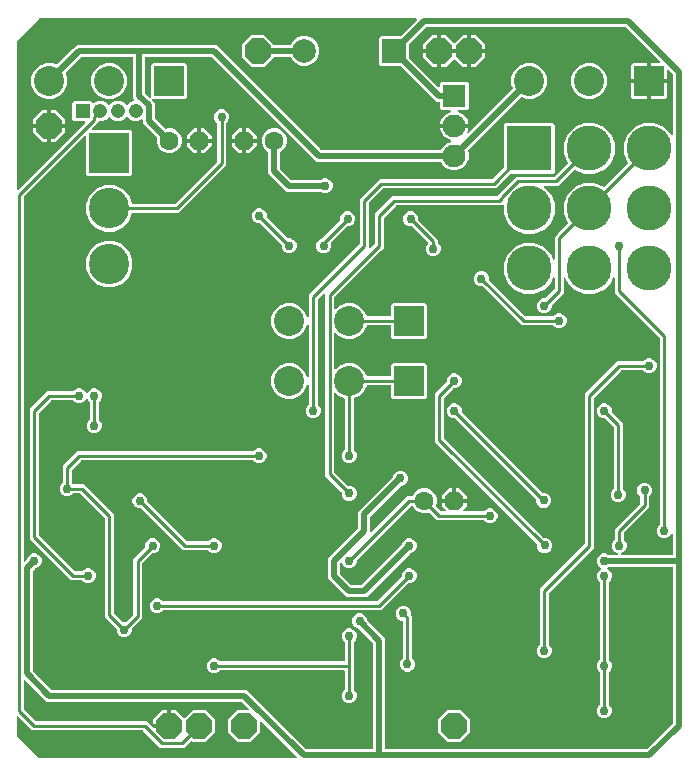
<source format=gbr>
G04 EAGLE Gerber RS-274X export*
G75*
%MOMM*%
%FSLAX34Y34*%
%LPD*%
%INBottom Copper*%
%IPPOS*%
%AMOC8*
5,1,8,0,0,1.08239X$1,22.5*%
G01*
%ADD10P,2.336880X8X22.500000*%
%ADD11P,1.732040X8X22.500000*%
%ADD12C,1.600200*%
%ADD13P,1.732040X8X202.500000*%
%ADD14C,2.000000*%
%ADD15R,2.000000X2.000000*%
%ADD16R,1.930400X1.930400*%
%ADD17C,1.930400*%
%ADD18R,2.540000X2.540000*%
%ADD19C,2.540000*%
%ADD20R,3.416000X3.416000*%
%ADD21C,3.416000*%
%ADD22R,1.208000X1.208000*%
%ADD23C,1.208000*%
%ADD24R,3.816000X3.816000*%
%ADD25C,3.816000*%
%ADD26C,0.756400*%
%ADD27C,0.254000*%
%ADD28C,0.508000*%

G36*
X311678Y145165D02*
X311678Y145165D01*
X311697Y145163D01*
X311799Y145185D01*
X311901Y145201D01*
X311918Y145211D01*
X311938Y145215D01*
X312027Y145268D01*
X312118Y145317D01*
X312132Y145331D01*
X312149Y145341D01*
X312216Y145420D01*
X312288Y145495D01*
X312296Y145513D01*
X312309Y145528D01*
X312348Y145624D01*
X312391Y145718D01*
X312393Y145738D01*
X312401Y145756D01*
X312419Y145923D01*
X312419Y234989D01*
X312417Y235006D01*
X312418Y235021D01*
X312404Y235087D01*
X312397Y235170D01*
X312385Y235200D01*
X312380Y235232D01*
X312367Y235255D01*
X312366Y235262D01*
X312349Y235291D01*
X312337Y235313D01*
X312301Y235397D01*
X312275Y235429D01*
X312264Y235450D01*
X312241Y235472D01*
X312196Y235528D01*
X300270Y247454D01*
X300196Y247507D01*
X300126Y247567D01*
X300096Y247579D01*
X300070Y247598D01*
X299983Y247625D01*
X299898Y247659D01*
X299857Y247663D01*
X299835Y247670D01*
X299803Y247669D01*
X299731Y247677D01*
X299652Y247677D01*
X297328Y248640D01*
X295549Y250418D01*
X294587Y252742D01*
X294587Y255258D01*
X295549Y257582D01*
X297328Y259360D01*
X299652Y260323D01*
X302167Y260323D01*
X304491Y259360D01*
X306269Y257582D01*
X307232Y255258D01*
X307232Y255178D01*
X307247Y255088D01*
X307254Y254997D01*
X307267Y254967D01*
X307272Y254935D01*
X307315Y254854D01*
X307350Y254771D01*
X307376Y254738D01*
X307387Y254718D01*
X307410Y254696D01*
X307455Y254640D01*
X322581Y239514D01*
X322581Y145923D01*
X322584Y145903D01*
X322582Y145884D01*
X322604Y145782D01*
X322620Y145680D01*
X322630Y145663D01*
X322634Y145643D01*
X322687Y145554D01*
X322736Y145463D01*
X322750Y145449D01*
X322760Y145432D01*
X322839Y145365D01*
X322914Y145293D01*
X322932Y145285D01*
X322947Y145272D01*
X323043Y145233D01*
X323137Y145190D01*
X323157Y145188D01*
X323175Y145180D01*
X323342Y145162D01*
X543680Y145162D01*
X543770Y145176D01*
X543861Y145184D01*
X543891Y145196D01*
X543923Y145201D01*
X544004Y145244D01*
X544087Y145280D01*
X544120Y145306D01*
X544140Y145317D01*
X544162Y145340D01*
X544218Y145385D01*
X565815Y166982D01*
X565868Y167055D01*
X565928Y167125D01*
X565940Y167155D01*
X565959Y167181D01*
X565986Y167268D01*
X566020Y167353D01*
X566024Y167394D01*
X566031Y167416D01*
X566030Y167449D01*
X566038Y167520D01*
X566038Y298958D01*
X566037Y298965D01*
X566037Y298966D01*
X566036Y298972D01*
X566035Y298978D01*
X566037Y298997D01*
X566015Y299099D01*
X565999Y299201D01*
X565989Y299218D01*
X565985Y299238D01*
X565932Y299327D01*
X565883Y299418D01*
X565869Y299432D01*
X565859Y299449D01*
X565780Y299516D01*
X565705Y299588D01*
X565687Y299596D01*
X565672Y299609D01*
X565576Y299648D01*
X565482Y299691D01*
X565462Y299693D01*
X565444Y299701D01*
X565277Y299719D01*
X512176Y299719D01*
X512086Y299705D01*
X511995Y299697D01*
X511966Y299685D01*
X511934Y299680D01*
X511853Y299637D01*
X511769Y299601D01*
X511737Y299575D01*
X511716Y299564D01*
X511694Y299541D01*
X511638Y299496D01*
X511582Y299440D01*
X510890Y299153D01*
X510829Y299116D01*
X510763Y299086D01*
X510725Y299051D01*
X510681Y299024D01*
X510635Y298969D01*
X510582Y298920D01*
X510557Y298874D01*
X510524Y298834D01*
X510498Y298767D01*
X510464Y298704D01*
X510454Y298653D01*
X510436Y298605D01*
X510433Y298533D01*
X510420Y298462D01*
X510427Y298411D01*
X510425Y298359D01*
X510445Y298290D01*
X510456Y298219D01*
X510479Y298173D01*
X510494Y298123D01*
X510535Y298064D01*
X510567Y298000D01*
X510604Y297963D01*
X510634Y297921D01*
X510692Y297878D01*
X510743Y297828D01*
X510806Y297793D01*
X510831Y297774D01*
X510854Y297767D01*
X510890Y297747D01*
X511582Y297460D01*
X513360Y295682D01*
X514323Y293358D01*
X514323Y290842D01*
X513360Y288518D01*
X512034Y287192D01*
X511981Y287118D01*
X511921Y287049D01*
X511909Y287018D01*
X511890Y286992D01*
X511863Y286905D01*
X511829Y286820D01*
X511825Y286779D01*
X511818Y286757D01*
X511819Y286725D01*
X511811Y286654D01*
X511811Y221346D01*
X511825Y221256D01*
X511833Y221165D01*
X511845Y221135D01*
X511850Y221104D01*
X511893Y221023D01*
X511929Y220939D01*
X511955Y220907D01*
X511966Y220886D01*
X511989Y220864D01*
X512034Y220808D01*
X513360Y219482D01*
X514323Y217158D01*
X514323Y214642D01*
X513360Y212318D01*
X512034Y210992D01*
X511981Y210918D01*
X511921Y210849D01*
X511909Y210818D01*
X511890Y210792D01*
X511863Y210705D01*
X511829Y210620D01*
X511825Y210579D01*
X511818Y210557D01*
X511819Y210525D01*
X511811Y210454D01*
X511811Y183246D01*
X511825Y183156D01*
X511833Y183065D01*
X511845Y183036D01*
X511850Y183004D01*
X511893Y182923D01*
X511929Y182839D01*
X511955Y182807D01*
X511966Y182786D01*
X511989Y182764D01*
X512034Y182708D01*
X513360Y181382D01*
X514323Y179058D01*
X514323Y176542D01*
X513360Y174218D01*
X511582Y172440D01*
X509258Y171477D01*
X506742Y171477D01*
X504418Y172440D01*
X502640Y174218D01*
X501677Y176542D01*
X501677Y179058D01*
X502640Y181382D01*
X503966Y182708D01*
X504013Y182773D01*
X504028Y182789D01*
X504031Y182796D01*
X504079Y182851D01*
X504091Y182882D01*
X504110Y182908D01*
X504137Y182995D01*
X504171Y183080D01*
X504175Y183121D01*
X504182Y183143D01*
X504181Y183175D01*
X504189Y183246D01*
X504189Y210454D01*
X504175Y210544D01*
X504167Y210635D01*
X504155Y210664D01*
X504150Y210696D01*
X504107Y210777D01*
X504071Y210861D01*
X504045Y210893D01*
X504034Y210914D01*
X504011Y210936D01*
X503966Y210992D01*
X502640Y212318D01*
X501677Y214642D01*
X501677Y217158D01*
X502640Y219482D01*
X503966Y220808D01*
X504019Y220882D01*
X504079Y220951D01*
X504091Y220981D01*
X504110Y221008D01*
X504137Y221095D01*
X504171Y221180D01*
X504175Y221220D01*
X504182Y221243D01*
X504181Y221275D01*
X504189Y221346D01*
X504189Y286654D01*
X504175Y286744D01*
X504167Y286835D01*
X504155Y286864D01*
X504150Y286896D01*
X504107Y286977D01*
X504071Y287061D01*
X504045Y287093D01*
X504034Y287114D01*
X504011Y287136D01*
X503966Y287192D01*
X502640Y288518D01*
X501677Y290842D01*
X501677Y293358D01*
X502640Y295682D01*
X504418Y297460D01*
X505110Y297747D01*
X505171Y297784D01*
X505237Y297814D01*
X505275Y297849D01*
X505319Y297876D01*
X505365Y297932D01*
X505418Y297980D01*
X505443Y298026D01*
X505476Y298066D01*
X505502Y298133D01*
X505536Y298196D01*
X505546Y298247D01*
X505564Y298295D01*
X505567Y298367D01*
X505580Y298438D01*
X505573Y298489D01*
X505575Y298541D01*
X505555Y298610D01*
X505544Y298681D01*
X505521Y298727D01*
X505506Y298777D01*
X505465Y298836D01*
X505433Y298900D01*
X505396Y298937D01*
X505366Y298979D01*
X505308Y299022D01*
X505257Y299072D01*
X505194Y299107D01*
X505169Y299126D01*
X505146Y299133D01*
X505110Y299153D01*
X504418Y299440D01*
X502640Y301218D01*
X501677Y303542D01*
X501677Y306058D01*
X502640Y308382D01*
X504418Y310160D01*
X506742Y311123D01*
X509258Y311123D01*
X511582Y310160D01*
X511638Y310104D01*
X511712Y310051D01*
X511781Y309991D01*
X511812Y309979D01*
X511838Y309960D01*
X511925Y309933D01*
X512010Y309899D01*
X512051Y309895D01*
X512073Y309888D01*
X512105Y309889D01*
X512176Y309881D01*
X518745Y309881D01*
X518841Y309896D01*
X518938Y309906D01*
X518962Y309916D01*
X518988Y309920D01*
X519074Y309966D01*
X519163Y310006D01*
X519182Y310023D01*
X519206Y310036D01*
X519273Y310106D01*
X519344Y310172D01*
X519357Y310195D01*
X519375Y310214D01*
X519416Y310302D01*
X519463Y310388D01*
X519468Y310413D01*
X519479Y310437D01*
X519489Y310534D01*
X519507Y310630D01*
X519503Y310656D01*
X519506Y310681D01*
X519485Y310777D01*
X519471Y310873D01*
X519459Y310896D01*
X519453Y310922D01*
X519403Y311005D01*
X519359Y311092D01*
X519341Y311111D01*
X519327Y311133D01*
X519253Y311196D01*
X519184Y311264D01*
X519155Y311280D01*
X519140Y311293D01*
X519110Y311305D01*
X519037Y311345D01*
X517118Y312140D01*
X515340Y313918D01*
X514377Y316242D01*
X514377Y318758D01*
X515340Y321082D01*
X516666Y322408D01*
X516719Y322482D01*
X516779Y322551D01*
X516791Y322582D01*
X516810Y322608D01*
X516837Y322695D01*
X516871Y322780D01*
X516875Y322821D01*
X516882Y322843D01*
X516881Y322875D01*
X516889Y322946D01*
X516889Y331778D01*
X538256Y353146D01*
X538309Y353219D01*
X538369Y353289D01*
X538381Y353319D01*
X538400Y353345D01*
X538427Y353432D01*
X538461Y353517D01*
X538465Y353558D01*
X538472Y353580D01*
X538471Y353613D01*
X538479Y353684D01*
X538479Y359044D01*
X538465Y359134D01*
X538457Y359225D01*
X538445Y359254D01*
X538440Y359286D01*
X538397Y359367D01*
X538361Y359451D01*
X538335Y359483D01*
X538324Y359504D01*
X538301Y359526D01*
X538282Y359550D01*
X538278Y359556D01*
X538274Y359560D01*
X538256Y359582D01*
X536930Y360908D01*
X535967Y363232D01*
X535967Y365748D01*
X536930Y368072D01*
X538708Y369850D01*
X541032Y370813D01*
X543548Y370813D01*
X545872Y369850D01*
X547650Y368072D01*
X548613Y365748D01*
X548613Y363232D01*
X547650Y360908D01*
X546324Y359582D01*
X546278Y359519D01*
X546254Y359494D01*
X546250Y359484D01*
X546211Y359439D01*
X546199Y359408D01*
X546180Y359382D01*
X546153Y359295D01*
X546119Y359210D01*
X546115Y359169D01*
X546108Y359147D01*
X546109Y359115D01*
X546101Y359044D01*
X546101Y350212D01*
X524734Y328844D01*
X524681Y328771D01*
X524621Y328701D01*
X524609Y328671D01*
X524590Y328645D01*
X524563Y328558D01*
X524529Y328473D01*
X524525Y328432D01*
X524518Y328410D01*
X524519Y328377D01*
X524511Y328306D01*
X524511Y322946D01*
X524525Y322856D01*
X524533Y322765D01*
X524545Y322736D01*
X524550Y322704D01*
X524593Y322623D01*
X524629Y322539D01*
X524655Y322507D01*
X524666Y322486D01*
X524689Y322464D01*
X524734Y322408D01*
X526060Y321082D01*
X527023Y318758D01*
X527023Y316242D01*
X526060Y313918D01*
X524282Y312140D01*
X522363Y311345D01*
X522280Y311294D01*
X522194Y311248D01*
X522177Y311230D01*
X522154Y311216D01*
X522092Y311140D01*
X522025Y311070D01*
X522014Y311046D01*
X521997Y311026D01*
X521962Y310935D01*
X521921Y310847D01*
X521919Y310821D01*
X521909Y310797D01*
X521905Y310699D01*
X521894Y310603D01*
X521900Y310577D01*
X521899Y310551D01*
X521926Y310457D01*
X521947Y310362D01*
X521960Y310340D01*
X521967Y310315D01*
X522023Y310235D01*
X522073Y310151D01*
X522093Y310134D01*
X522108Y310113D01*
X522186Y310054D01*
X522260Y309991D01*
X522284Y309981D01*
X522305Y309966D01*
X522397Y309936D01*
X522488Y309899D01*
X522520Y309896D01*
X522539Y309890D01*
X522572Y309890D01*
X522655Y309881D01*
X565277Y309881D01*
X565297Y309884D01*
X565316Y309882D01*
X565418Y309904D01*
X565520Y309920D01*
X565537Y309930D01*
X565557Y309934D01*
X565646Y309987D01*
X565737Y310036D01*
X565751Y310050D01*
X565768Y310060D01*
X565835Y310139D01*
X565907Y310214D01*
X565915Y310232D01*
X565928Y310247D01*
X565967Y310343D01*
X566010Y310437D01*
X566012Y310457D01*
X566020Y310475D01*
X566038Y310642D01*
X566038Y327326D01*
X566023Y327422D01*
X566013Y327519D01*
X566003Y327543D01*
X565999Y327568D01*
X565953Y327654D01*
X565913Y327743D01*
X565896Y327763D01*
X565883Y327786D01*
X565813Y327853D01*
X565747Y327924D01*
X565724Y327937D01*
X565705Y327955D01*
X565617Y327996D01*
X565531Y328043D01*
X565506Y328048D01*
X565482Y328059D01*
X565385Y328069D01*
X565289Y328087D01*
X565263Y328083D01*
X565238Y328086D01*
X565142Y328065D01*
X565046Y328051D01*
X565023Y328039D01*
X564997Y328034D01*
X564913Y327984D01*
X564827Y327939D01*
X564809Y327921D01*
X564786Y327907D01*
X564723Y327833D01*
X564655Y327764D01*
X564639Y327735D01*
X564626Y327720D01*
X564614Y327690D01*
X564574Y327617D01*
X564160Y326618D01*
X562382Y324840D01*
X560058Y323877D01*
X557542Y323877D01*
X555218Y324840D01*
X553440Y326618D01*
X552477Y328942D01*
X552477Y331458D01*
X553440Y333782D01*
X554766Y335108D01*
X554819Y335182D01*
X554879Y335251D01*
X554891Y335282D01*
X554910Y335308D01*
X554937Y335395D01*
X554971Y335480D01*
X554975Y335521D01*
X554982Y335543D01*
X554981Y335575D01*
X554989Y335646D01*
X554989Y493406D01*
X554975Y493496D01*
X554967Y493587D01*
X554955Y493617D01*
X554950Y493649D01*
X554907Y493730D01*
X554871Y493814D01*
X554845Y493846D01*
X554834Y493866D01*
X554811Y493889D01*
X554766Y493944D01*
X516889Y531822D01*
X516889Y544246D01*
X516874Y544342D01*
X516864Y544439D01*
X516854Y544463D01*
X516850Y544489D01*
X516804Y544575D01*
X516764Y544664D01*
X516747Y544683D01*
X516734Y544706D01*
X516664Y544774D01*
X516598Y544845D01*
X516575Y544858D01*
X516556Y544876D01*
X516468Y544917D01*
X516382Y544964D01*
X516357Y544968D01*
X516333Y544979D01*
X516236Y544990D01*
X516140Y545008D01*
X516114Y545004D01*
X516089Y545007D01*
X515993Y544986D01*
X515897Y544972D01*
X515874Y544960D01*
X515848Y544954D01*
X515765Y544904D01*
X515678Y544860D01*
X515659Y544842D01*
X515637Y544828D01*
X515574Y544754D01*
X515506Y544685D01*
X515490Y544656D01*
X515477Y544641D01*
X515465Y544611D01*
X515425Y544538D01*
X513629Y540203D01*
X507547Y534121D01*
X499601Y530829D01*
X490999Y530829D01*
X483053Y534121D01*
X476971Y540203D01*
X475175Y544538D01*
X475124Y544621D01*
X475078Y544706D01*
X475059Y544724D01*
X475046Y544747D01*
X474971Y544809D01*
X474900Y544876D01*
X474876Y544887D01*
X474856Y544904D01*
X474765Y544938D01*
X474677Y544979D01*
X474651Y544982D01*
X474627Y544992D01*
X474529Y544996D01*
X474433Y545007D01*
X474407Y545001D01*
X474381Y545002D01*
X474287Y544975D01*
X474192Y544954D01*
X474170Y544941D01*
X474145Y544934D01*
X474065Y544878D01*
X473981Y544828D01*
X473964Y544808D01*
X473943Y544793D01*
X473884Y544715D01*
X473821Y544641D01*
X473811Y544617D01*
X473796Y544596D01*
X473766Y544503D01*
X473729Y544413D01*
X473726Y544381D01*
X473720Y544362D01*
X473720Y544329D01*
X473711Y544246D01*
X473711Y531822D01*
X463746Y521856D01*
X463693Y521783D01*
X463633Y521713D01*
X463621Y521683D01*
X463602Y521657D01*
X463575Y521570D01*
X463541Y521485D01*
X463537Y521444D01*
X463530Y521422D01*
X463531Y521389D01*
X463523Y521318D01*
X463523Y519442D01*
X462560Y517118D01*
X460782Y515340D01*
X458458Y514377D01*
X455942Y514377D01*
X453618Y515340D01*
X451840Y517118D01*
X450877Y519442D01*
X450877Y521958D01*
X451840Y524282D01*
X453618Y526060D01*
X455942Y527023D01*
X457818Y527023D01*
X457908Y527037D01*
X457999Y527045D01*
X458029Y527057D01*
X458061Y527062D01*
X458142Y527105D01*
X458226Y527141D01*
X458258Y527167D01*
X458278Y527178D01*
X458301Y527201D01*
X458356Y527246D01*
X465866Y534756D01*
X465919Y534829D01*
X465979Y534899D01*
X465991Y534929D01*
X466010Y534955D01*
X466037Y535042D01*
X466071Y535127D01*
X466075Y535168D01*
X466082Y535190D01*
X466081Y535223D01*
X466089Y535294D01*
X466089Y544246D01*
X466074Y544342D01*
X466064Y544439D01*
X466054Y544463D01*
X466050Y544489D01*
X466004Y544575D01*
X465964Y544664D01*
X465947Y544683D01*
X465934Y544706D01*
X465864Y544774D01*
X465798Y544845D01*
X465775Y544858D01*
X465756Y544876D01*
X465668Y544917D01*
X465582Y544964D01*
X465557Y544968D01*
X465533Y544979D01*
X465436Y544990D01*
X465340Y545008D01*
X465314Y545004D01*
X465289Y545007D01*
X465193Y544986D01*
X465097Y544972D01*
X465074Y544960D01*
X465048Y544954D01*
X464965Y544904D01*
X464878Y544860D01*
X464859Y544842D01*
X464837Y544828D01*
X464774Y544754D01*
X464706Y544685D01*
X464690Y544656D01*
X464677Y544641D01*
X464665Y544611D01*
X464625Y544538D01*
X462829Y540203D01*
X456747Y534121D01*
X448801Y530829D01*
X440199Y530829D01*
X432253Y534121D01*
X426171Y540203D01*
X422879Y548149D01*
X422879Y556751D01*
X426171Y564697D01*
X432253Y570779D01*
X440199Y574071D01*
X448801Y574071D01*
X456747Y570779D01*
X462829Y564697D01*
X464625Y560362D01*
X464676Y560279D01*
X464722Y560194D01*
X464741Y560176D01*
X464754Y560153D01*
X464829Y560091D01*
X464900Y560024D01*
X464924Y560013D01*
X464944Y559996D01*
X465035Y559962D01*
X465123Y559921D01*
X465149Y559918D01*
X465173Y559908D01*
X465271Y559904D01*
X465367Y559893D01*
X465393Y559899D01*
X465419Y559898D01*
X465513Y559925D01*
X465608Y559946D01*
X465630Y559959D01*
X465655Y559966D01*
X465735Y560022D01*
X465819Y560072D01*
X465836Y560092D01*
X465857Y560107D01*
X465916Y560185D01*
X465979Y560259D01*
X465989Y560283D01*
X466004Y560304D01*
X466034Y560397D01*
X466071Y560487D01*
X466074Y560519D01*
X466080Y560538D01*
X466080Y560571D01*
X466089Y560654D01*
X466089Y579428D01*
X468544Y581884D01*
X476814Y590153D01*
X476882Y590248D01*
X476952Y590342D01*
X476954Y590348D01*
X476958Y590353D01*
X476992Y590464D01*
X477028Y590576D01*
X477028Y590582D01*
X477030Y590588D01*
X477027Y590705D01*
X477026Y590822D01*
X477024Y590829D01*
X477024Y590834D01*
X477017Y590851D01*
X476979Y590983D01*
X473679Y598949D01*
X473679Y607551D01*
X476971Y615497D01*
X483053Y621579D01*
X490999Y624871D01*
X499601Y624871D01*
X507567Y621571D01*
X507681Y621544D01*
X507794Y621516D01*
X507801Y621516D01*
X507807Y621515D01*
X507923Y621526D01*
X508039Y621535D01*
X508045Y621537D01*
X508051Y621538D01*
X508159Y621586D01*
X508266Y621631D01*
X508272Y621636D01*
X508276Y621638D01*
X508290Y621651D01*
X508397Y621736D01*
X527614Y640953D01*
X527656Y641012D01*
X527703Y641061D01*
X527721Y641101D01*
X527752Y641142D01*
X527754Y641148D01*
X527758Y641153D01*
X527781Y641229D01*
X527807Y641284D01*
X527811Y641323D01*
X527828Y641376D01*
X527828Y641382D01*
X527830Y641388D01*
X527828Y641475D01*
X527834Y641529D01*
X527826Y641562D01*
X527826Y641622D01*
X527824Y641629D01*
X527824Y641634D01*
X527817Y641652D01*
X527779Y641783D01*
X524479Y649749D01*
X524479Y658351D01*
X527771Y666297D01*
X533853Y672379D01*
X541799Y675671D01*
X550401Y675671D01*
X558347Y672379D01*
X564429Y666297D01*
X564574Y665948D01*
X564625Y665865D01*
X564671Y665779D01*
X564690Y665761D01*
X564703Y665739D01*
X564778Y665677D01*
X564849Y665610D01*
X564873Y665599D01*
X564893Y665582D01*
X564984Y665547D01*
X565072Y665506D01*
X565098Y665504D01*
X565122Y665494D01*
X565220Y665490D01*
X565316Y665479D01*
X565342Y665485D01*
X565368Y665484D01*
X565462Y665511D01*
X565557Y665532D01*
X565579Y665545D01*
X565604Y665552D01*
X565684Y665608D01*
X565768Y665658D01*
X565785Y665678D01*
X565806Y665693D01*
X565865Y665771D01*
X565928Y665845D01*
X565938Y665869D01*
X565953Y665890D01*
X565983Y665982D01*
X566020Y666073D01*
X566023Y666105D01*
X566029Y666124D01*
X566029Y666157D01*
X566038Y666240D01*
X566038Y716345D01*
X566024Y716435D01*
X566016Y716526D01*
X566004Y716556D01*
X565999Y716588D01*
X565956Y716669D01*
X565920Y716753D01*
X565894Y716785D01*
X565883Y716806D01*
X565860Y716828D01*
X565815Y716884D01*
X562640Y720059D01*
X562582Y720101D01*
X562530Y720150D01*
X562483Y720172D01*
X562441Y720202D01*
X562372Y720223D01*
X562307Y720254D01*
X562255Y720259D01*
X562205Y720275D01*
X562134Y720273D01*
X562063Y720281D01*
X562012Y720270D01*
X561960Y720268D01*
X561892Y720244D01*
X561822Y720228D01*
X561778Y720202D01*
X561729Y720184D01*
X561673Y720139D01*
X561611Y720102D01*
X561577Y720063D01*
X561537Y720030D01*
X561498Y719970D01*
X561451Y719915D01*
X561432Y719867D01*
X561404Y719823D01*
X561386Y719754D01*
X561359Y719687D01*
X561351Y719616D01*
X561343Y719585D01*
X561345Y719561D01*
X561341Y719520D01*
X561341Y712723D01*
X547623Y712723D01*
X547623Y726441D01*
X554420Y726441D01*
X554491Y726452D01*
X554563Y726454D01*
X554612Y726472D01*
X554663Y726480D01*
X554727Y726514D01*
X554794Y726539D01*
X554835Y726571D01*
X554881Y726596D01*
X554930Y726647D01*
X554986Y726692D01*
X555014Y726736D01*
X555050Y726774D01*
X555080Y726839D01*
X555119Y726899D01*
X555132Y726950D01*
X555154Y726997D01*
X555161Y727068D01*
X555179Y727138D01*
X555175Y727190D01*
X555181Y727241D01*
X555165Y727312D01*
X555160Y727383D01*
X555140Y727431D01*
X555128Y727482D01*
X555092Y727543D01*
X555064Y727609D01*
X555019Y727665D01*
X555002Y727693D01*
X554984Y727708D01*
X554959Y727740D01*
X526384Y756315D01*
X526310Y756368D01*
X526240Y756428D01*
X526210Y756440D01*
X526184Y756459D01*
X526097Y756486D01*
X526012Y756520D01*
X525971Y756524D01*
X525949Y756531D01*
X525917Y756530D01*
X525845Y756538D01*
X357639Y756538D01*
X357549Y756524D01*
X357458Y756516D01*
X357428Y756504D01*
X357396Y756499D01*
X357315Y756456D01*
X357232Y756420D01*
X357199Y756394D01*
X357179Y756383D01*
X357157Y756360D01*
X357101Y756315D01*
X342964Y742178D01*
X342911Y742105D01*
X342851Y742035D01*
X342839Y742005D01*
X342820Y741979D01*
X342793Y741892D01*
X342759Y741807D01*
X342755Y741766D01*
X342748Y741744D01*
X342749Y741711D01*
X342741Y741640D01*
X342741Y731560D01*
X342755Y731470D01*
X342763Y731379D01*
X342775Y731349D01*
X342780Y731317D01*
X342823Y731236D01*
X342859Y731153D01*
X342885Y731120D01*
X342896Y731100D01*
X342919Y731078D01*
X342964Y731022D01*
X367508Y706477D01*
X367566Y706436D01*
X367618Y706386D01*
X367665Y706364D01*
X367707Y706334D01*
X367776Y706313D01*
X367841Y706283D01*
X367893Y706277D01*
X367943Y706262D01*
X368014Y706263D01*
X368085Y706256D01*
X368136Y706267D01*
X368188Y706268D01*
X368256Y706293D01*
X368326Y706308D01*
X368371Y706335D01*
X368419Y706352D01*
X368475Y706397D01*
X368537Y706434D01*
X368571Y706474D01*
X368611Y706506D01*
X368650Y706566D01*
X368697Y706621D01*
X368716Y706669D01*
X368744Y706713D01*
X368762Y706782D01*
X368789Y706849D01*
X368797Y706920D01*
X368805Y706952D01*
X368803Y706975D01*
X368807Y707016D01*
X368807Y709204D01*
X370296Y710693D01*
X391704Y710693D01*
X393193Y709204D01*
X393193Y687796D01*
X391704Y686307D01*
X384615Y686307D01*
X384611Y686307D01*
X384607Y686307D01*
X384488Y686286D01*
X384372Y686268D01*
X384369Y686266D01*
X384365Y686265D01*
X384259Y686208D01*
X384155Y686152D01*
X384152Y686150D01*
X384149Y686148D01*
X384068Y686060D01*
X383986Y685974D01*
X383984Y685970D01*
X383981Y685968D01*
X383932Y685859D01*
X383882Y685751D01*
X383881Y685747D01*
X383880Y685743D01*
X383868Y685623D01*
X383855Y685507D01*
X383856Y685503D01*
X383855Y685499D01*
X383882Y685383D01*
X383907Y685266D01*
X383909Y685263D01*
X383910Y685259D01*
X383972Y685158D01*
X384033Y685055D01*
X384036Y685053D01*
X384038Y685049D01*
X384130Y684972D01*
X384220Y684895D01*
X384224Y684894D01*
X384227Y684891D01*
X384380Y684822D01*
X385680Y684399D01*
X387390Y683528D01*
X388943Y682400D01*
X390300Y681043D01*
X391428Y679490D01*
X392299Y677780D01*
X392893Y675955D01*
X393103Y674623D01*
X381762Y674623D01*
X381742Y674620D01*
X381723Y674622D01*
X381621Y674600D01*
X381519Y674583D01*
X381502Y674574D01*
X381482Y674570D01*
X381393Y674517D01*
X381302Y674468D01*
X381288Y674454D01*
X381271Y674444D01*
X381204Y674365D01*
X381133Y674290D01*
X381124Y674272D01*
X381111Y674257D01*
X381073Y674161D01*
X381029Y674067D01*
X381027Y674047D01*
X381019Y674029D01*
X381001Y673862D01*
X381001Y672338D01*
X381004Y672318D01*
X381002Y672299D01*
X381024Y672197D01*
X381041Y672095D01*
X381050Y672078D01*
X381054Y672058D01*
X381107Y671969D01*
X381156Y671878D01*
X381170Y671864D01*
X381180Y671847D01*
X381259Y671780D01*
X381334Y671709D01*
X381352Y671700D01*
X381367Y671687D01*
X381463Y671648D01*
X381557Y671605D01*
X381577Y671603D01*
X381595Y671595D01*
X381762Y671577D01*
X393103Y671577D01*
X392893Y670245D01*
X392299Y668420D01*
X392160Y668145D01*
X392158Y668141D01*
X392156Y668138D01*
X392121Y668024D01*
X392085Y667911D01*
X392085Y667907D01*
X392084Y667903D01*
X392087Y667784D01*
X392089Y667665D01*
X392090Y667661D01*
X392090Y667657D01*
X392131Y667545D01*
X392171Y667433D01*
X392173Y667430D01*
X392175Y667426D01*
X392249Y667334D01*
X392322Y667240D01*
X392326Y667237D01*
X392328Y667234D01*
X392429Y667170D01*
X392528Y667104D01*
X392532Y667103D01*
X392535Y667101D01*
X392650Y667072D01*
X392766Y667042D01*
X392770Y667042D01*
X392774Y667041D01*
X392891Y667050D01*
X393011Y667059D01*
X393015Y667060D01*
X393019Y667060D01*
X393127Y667106D01*
X393239Y667152D01*
X393242Y667155D01*
X393245Y667157D01*
X393376Y667261D01*
X430371Y704256D01*
X430439Y704351D01*
X430509Y704445D01*
X430511Y704451D01*
X430515Y704456D01*
X430549Y704567D01*
X430585Y704679D01*
X430585Y704685D01*
X430587Y704691D01*
X430584Y704808D01*
X430583Y704925D01*
X430581Y704932D01*
X430581Y704937D01*
X430574Y704955D01*
X430536Y705086D01*
X429259Y708168D01*
X429259Y714232D01*
X431580Y719833D01*
X435867Y724120D01*
X441468Y726441D01*
X447532Y726441D01*
X453133Y724120D01*
X457420Y719833D01*
X459741Y714232D01*
X459741Y708168D01*
X457420Y702567D01*
X453133Y698280D01*
X447532Y695959D01*
X441468Y695959D01*
X438386Y697236D01*
X438272Y697263D01*
X438159Y697291D01*
X438153Y697291D01*
X438146Y697292D01*
X438030Y697281D01*
X437914Y697272D01*
X437908Y697270D01*
X437902Y697269D01*
X437794Y697221D01*
X437687Y697176D01*
X437681Y697171D01*
X437677Y697169D01*
X437663Y697156D01*
X437556Y697071D01*
X392796Y652311D01*
X392728Y652216D01*
X392658Y652122D01*
X392656Y652116D01*
X392653Y652111D01*
X392618Y652000D01*
X392582Y651888D01*
X392582Y651882D01*
X392580Y651876D01*
X392583Y651759D01*
X392584Y651642D01*
X392586Y651635D01*
X392587Y651630D01*
X392593Y651613D01*
X392631Y651481D01*
X393193Y650125D01*
X393193Y645275D01*
X391336Y640793D01*
X387907Y637364D01*
X383425Y635507D01*
X378575Y635507D01*
X374093Y637364D01*
X370664Y640793D01*
X370102Y642149D01*
X370040Y642249D01*
X369980Y642349D01*
X369976Y642353D01*
X369972Y642358D01*
X369882Y642433D01*
X369793Y642509D01*
X369788Y642511D01*
X369783Y642515D01*
X369674Y642557D01*
X369565Y642601D01*
X369558Y642602D01*
X369553Y642603D01*
X369535Y642604D01*
X369399Y642619D01*
X264595Y642619D01*
X261396Y645818D01*
X175918Y731296D01*
X175845Y731349D01*
X175775Y731409D01*
X175745Y731421D01*
X175719Y731440D01*
X175632Y731467D01*
X175547Y731501D01*
X175506Y731505D01*
X175484Y731512D01*
X175451Y731511D01*
X175380Y731519D01*
X120142Y731519D01*
X120122Y731516D01*
X120103Y731518D01*
X120001Y731496D01*
X119899Y731480D01*
X119882Y731470D01*
X119862Y731466D01*
X119773Y731413D01*
X119682Y731364D01*
X119668Y731350D01*
X119651Y731340D01*
X119584Y731261D01*
X119512Y731186D01*
X119504Y731168D01*
X119491Y731153D01*
X119452Y731057D01*
X119409Y730963D01*
X119407Y730943D01*
X119399Y730925D01*
X119381Y730758D01*
X119381Y701046D01*
X119395Y700956D01*
X119403Y700865D01*
X119415Y700835D01*
X119420Y700803D01*
X119463Y700723D01*
X119499Y700639D01*
X119525Y700606D01*
X119536Y700586D01*
X119559Y700564D01*
X119604Y700508D01*
X123160Y696952D01*
X123218Y696910D01*
X123270Y696860D01*
X123317Y696838D01*
X123359Y696808D01*
X123428Y696787D01*
X123493Y696757D01*
X123545Y696751D01*
X123595Y696736D01*
X123666Y696738D01*
X123737Y696730D01*
X123788Y696741D01*
X123840Y696742D01*
X123908Y696767D01*
X123978Y696782D01*
X124023Y696809D01*
X124071Y696826D01*
X124127Y696871D01*
X124189Y696908D01*
X124223Y696948D01*
X124263Y696980D01*
X124302Y697040D01*
X124349Y697095D01*
X124368Y697143D01*
X124396Y697187D01*
X124414Y697257D01*
X124441Y697323D01*
X124449Y697394D01*
X124457Y697426D01*
X124455Y697449D01*
X124459Y697490D01*
X124459Y724952D01*
X125948Y726441D01*
X153452Y726441D01*
X154941Y724952D01*
X154941Y697448D01*
X153452Y695959D01*
X125990Y695959D01*
X125919Y695948D01*
X125847Y695946D01*
X125798Y695928D01*
X125747Y695920D01*
X125684Y695886D01*
X125616Y695861D01*
X125576Y695829D01*
X125530Y695804D01*
X125480Y695752D01*
X125424Y695708D01*
X125396Y695664D01*
X125360Y695626D01*
X125330Y695561D01*
X125291Y695501D01*
X125279Y695450D01*
X125257Y695403D01*
X125249Y695332D01*
X125231Y695262D01*
X125235Y695210D01*
X125230Y695159D01*
X125245Y695088D01*
X125250Y695017D01*
X125271Y694969D01*
X125282Y694918D01*
X125319Y694857D01*
X125347Y694791D01*
X125392Y694735D01*
X125408Y694707D01*
X125426Y694692D01*
X125452Y694660D01*
X127601Y692511D01*
X127601Y680000D01*
X127615Y679910D01*
X127623Y679819D01*
X127635Y679789D01*
X127640Y679757D01*
X127683Y679676D01*
X127719Y679593D01*
X127745Y679560D01*
X127756Y679540D01*
X127779Y679518D01*
X127824Y679462D01*
X136353Y670932D01*
X136447Y670865D01*
X136541Y670794D01*
X136547Y670793D01*
X136552Y670789D01*
X136663Y670755D01*
X136775Y670718D01*
X136782Y670718D01*
X136788Y670717D01*
X136904Y670720D01*
X137021Y670721D01*
X137028Y670723D01*
X137033Y670723D01*
X137051Y670729D01*
X137182Y670767D01*
X137603Y670942D01*
X141797Y670942D01*
X145671Y669337D01*
X148637Y666371D01*
X150242Y662497D01*
X150242Y658303D01*
X148637Y654429D01*
X145671Y651463D01*
X141797Y649858D01*
X137603Y649858D01*
X133729Y651463D01*
X130763Y654429D01*
X129158Y658303D01*
X129158Y662497D01*
X129333Y662918D01*
X129359Y663031D01*
X129388Y663145D01*
X129387Y663151D01*
X129389Y663157D01*
X129378Y663274D01*
X129369Y663390D01*
X129366Y663396D01*
X129366Y663402D01*
X129318Y663510D01*
X129272Y663616D01*
X129268Y663622D01*
X129266Y663627D01*
X129253Y663641D01*
X129168Y663747D01*
X120638Y672276D01*
X117439Y675475D01*
X117439Y677875D01*
X117432Y677920D01*
X117434Y677966D01*
X117412Y678041D01*
X117400Y678117D01*
X117378Y678158D01*
X117365Y678202D01*
X117321Y678266D01*
X117284Y678335D01*
X117251Y678366D01*
X117225Y678404D01*
X117162Y678450D01*
X117106Y678504D01*
X117064Y678523D01*
X117028Y678551D01*
X116954Y678575D01*
X116883Y678608D01*
X116837Y678613D01*
X116794Y678627D01*
X116716Y678626D01*
X116639Y678635D01*
X116594Y678625D01*
X116548Y678625D01*
X116416Y678586D01*
X116398Y678582D01*
X116394Y678580D01*
X116387Y678578D01*
X113107Y677219D01*
X109693Y677219D01*
X106539Y678526D01*
X104438Y680627D01*
X104422Y680638D01*
X104410Y680654D01*
X104322Y680710D01*
X104239Y680770D01*
X104220Y680776D01*
X104203Y680787D01*
X104102Y680812D01*
X104003Y680843D01*
X103984Y680842D01*
X103964Y680847D01*
X103861Y680839D01*
X103758Y680836D01*
X103739Y680829D01*
X103719Y680828D01*
X103624Y680787D01*
X103527Y680752D01*
X103511Y680739D01*
X103493Y680732D01*
X103362Y680627D01*
X101261Y678526D01*
X98107Y677219D01*
X94693Y677219D01*
X91539Y678526D01*
X89438Y680627D01*
X89422Y680638D01*
X89410Y680654D01*
X89322Y680710D01*
X89239Y680770D01*
X89220Y680776D01*
X89203Y680787D01*
X89102Y680812D01*
X89003Y680843D01*
X88984Y680842D01*
X88964Y680847D01*
X88861Y680839D01*
X88758Y680836D01*
X88739Y680829D01*
X88719Y680828D01*
X88624Y680787D01*
X88527Y680752D01*
X88511Y680739D01*
X88493Y680732D01*
X88362Y680627D01*
X86261Y678526D01*
X83107Y677219D01*
X80822Y677219D01*
X80802Y677216D01*
X80783Y677218D01*
X80681Y677196D01*
X80579Y677180D01*
X80562Y677170D01*
X80542Y677166D01*
X80453Y677113D01*
X80362Y677064D01*
X80348Y677050D01*
X80331Y677040D01*
X80264Y676961D01*
X80192Y676886D01*
X80184Y676868D01*
X80171Y676853D01*
X80132Y676757D01*
X80089Y676663D01*
X80087Y676643D01*
X80079Y676625D01*
X80079Y676622D01*
X74618Y671160D01*
X74576Y671102D01*
X74526Y671050D01*
X74504Y671003D01*
X74474Y670961D01*
X74453Y670892D01*
X74423Y670827D01*
X74417Y670775D01*
X74402Y670725D01*
X74404Y670654D01*
X74396Y670583D01*
X74407Y670532D01*
X74408Y670480D01*
X74433Y670412D01*
X74448Y670342D01*
X74475Y670297D01*
X74492Y670249D01*
X74537Y670193D01*
X74574Y670131D01*
X74614Y670097D01*
X74646Y670057D01*
X74706Y670018D01*
X74761Y669971D01*
X74809Y669952D01*
X74853Y669924D01*
X74923Y669906D01*
X74989Y669879D01*
X75060Y669871D01*
X75092Y669863D01*
X75115Y669865D01*
X75156Y669861D01*
X107032Y669861D01*
X108521Y668372D01*
X108521Y632108D01*
X107032Y630619D01*
X70768Y630619D01*
X69279Y632108D01*
X69279Y663984D01*
X69268Y664055D01*
X69266Y664127D01*
X69248Y664176D01*
X69240Y664227D01*
X69206Y664290D01*
X69181Y664358D01*
X69149Y664398D01*
X69124Y664444D01*
X69072Y664494D01*
X69028Y664550D01*
X68984Y664578D01*
X68946Y664614D01*
X68881Y664644D01*
X68821Y664683D01*
X68770Y664695D01*
X68723Y664717D01*
X68652Y664725D01*
X68582Y664743D01*
X68530Y664739D01*
X68479Y664744D01*
X68408Y664729D01*
X68337Y664724D01*
X68289Y664703D01*
X68238Y664692D01*
X68177Y664655D01*
X68111Y664627D01*
X68055Y664582D01*
X68027Y664566D01*
X68012Y664548D01*
X67980Y664522D01*
X16734Y613276D01*
X16681Y613202D01*
X16621Y613133D01*
X16609Y613103D01*
X16590Y613077D01*
X16563Y612990D01*
X16529Y612905D01*
X16525Y612864D01*
X16518Y612842D01*
X16519Y612809D01*
X16511Y612738D01*
X16511Y304934D01*
X16522Y304863D01*
X16524Y304791D01*
X16542Y304742D01*
X16550Y304691D01*
X16584Y304628D01*
X16609Y304560D01*
X16641Y304520D01*
X16666Y304474D01*
X16717Y304424D01*
X16762Y304368D01*
X16806Y304340D01*
X16844Y304304D01*
X16909Y304274D01*
X16969Y304235D01*
X17020Y304223D01*
X17067Y304201D01*
X17138Y304193D01*
X17208Y304175D01*
X17260Y304179D01*
X17311Y304174D01*
X17382Y304189D01*
X17453Y304194D01*
X17501Y304215D01*
X17552Y304226D01*
X17613Y304263D01*
X17679Y304291D01*
X17735Y304335D01*
X17763Y304352D01*
X17778Y304370D01*
X17810Y304395D01*
X18854Y305440D01*
X18907Y305513D01*
X18967Y305583D01*
X18979Y305613D01*
X18998Y305639D01*
X19025Y305726D01*
X19059Y305811D01*
X19063Y305852D01*
X19070Y305874D01*
X19069Y305907D01*
X19077Y305978D01*
X19077Y306058D01*
X20040Y308382D01*
X21818Y310160D01*
X24142Y311123D01*
X26658Y311123D01*
X28982Y310160D01*
X30760Y308382D01*
X31723Y306058D01*
X31723Y303542D01*
X30760Y301218D01*
X28982Y299440D01*
X26658Y298477D01*
X26578Y298477D01*
X26488Y298463D01*
X26397Y298455D01*
X26367Y298443D01*
X26335Y298438D01*
X26254Y298395D01*
X26170Y298359D01*
X26138Y298333D01*
X26118Y298322D01*
X26095Y298299D01*
X26040Y298254D01*
X24354Y296568D01*
X24301Y296495D01*
X24241Y296425D01*
X24229Y296395D01*
X24210Y296369D01*
X24183Y296282D01*
X24149Y296197D01*
X24145Y296156D01*
X24138Y296134D01*
X24139Y296101D01*
X24131Y296030D01*
X24131Y211970D01*
X24145Y211880D01*
X24153Y211789D01*
X24165Y211759D01*
X24170Y211727D01*
X24213Y211646D01*
X24249Y211562D01*
X24275Y211530D01*
X24286Y211510D01*
X24309Y211487D01*
X24354Y211432D01*
X39982Y195804D01*
X40055Y195751D01*
X40125Y195691D01*
X40155Y195679D01*
X40181Y195660D01*
X40268Y195633D01*
X40353Y195599D01*
X40394Y195595D01*
X40416Y195588D01*
X40449Y195589D01*
X40520Y195581D01*
X205305Y195581D01*
X255501Y145385D01*
X255574Y145332D01*
X255644Y145272D01*
X255674Y145260D01*
X255700Y145241D01*
X255787Y145214D01*
X255872Y145180D01*
X255913Y145176D01*
X255935Y145169D01*
X255968Y145170D01*
X256039Y145162D01*
X311658Y145162D01*
X311678Y145165D01*
G37*
G36*
X11413Y618956D02*
X11413Y618956D01*
X11484Y618961D01*
X11532Y618982D01*
X11583Y618993D01*
X11644Y619029D01*
X11710Y619058D01*
X11766Y619102D01*
X11794Y619119D01*
X11809Y619137D01*
X11841Y619162D01*
X68599Y675920D01*
X68640Y675978D01*
X68690Y676030D01*
X68712Y676077D01*
X68742Y676119D01*
X68763Y676188D01*
X68794Y676253D01*
X68799Y676305D01*
X68815Y676355D01*
X68813Y676426D01*
X68821Y676497D01*
X68810Y676548D01*
X68808Y676600D01*
X68784Y676668D01*
X68768Y676738D01*
X68742Y676782D01*
X68724Y676831D01*
X68679Y676887D01*
X68642Y676949D01*
X68603Y676983D01*
X68570Y677023D01*
X68510Y677062D01*
X68455Y677109D01*
X68407Y677128D01*
X68363Y677156D01*
X68294Y677174D01*
X68227Y677201D01*
X68156Y677209D01*
X68125Y677217D01*
X68101Y677215D01*
X68060Y677219D01*
X59308Y677219D01*
X57819Y678708D01*
X57819Y692892D01*
X59308Y694381D01*
X73492Y694381D01*
X75131Y692742D01*
X75147Y692731D01*
X75159Y692715D01*
X75247Y692659D01*
X75330Y692599D01*
X75349Y692593D01*
X75366Y692582D01*
X75467Y692557D01*
X75566Y692526D01*
X75586Y692527D01*
X75605Y692522D01*
X75708Y692530D01*
X75811Y692533D01*
X75830Y692540D01*
X75850Y692541D01*
X75945Y692582D01*
X76042Y692617D01*
X76058Y692630D01*
X76076Y692638D01*
X76207Y692742D01*
X76539Y693074D01*
X79693Y694381D01*
X83107Y694381D01*
X86261Y693074D01*
X88362Y690973D01*
X88378Y690962D01*
X88390Y690946D01*
X88478Y690890D01*
X88561Y690830D01*
X88580Y690824D01*
X88597Y690813D01*
X88698Y690788D01*
X88797Y690757D01*
X88816Y690758D01*
X88836Y690753D01*
X88939Y690761D01*
X89042Y690764D01*
X89061Y690771D01*
X89081Y690772D01*
X89176Y690813D01*
X89273Y690848D01*
X89289Y690861D01*
X89307Y690868D01*
X89438Y690973D01*
X91539Y693074D01*
X94693Y694381D01*
X98107Y694381D01*
X101261Y693074D01*
X103362Y690973D01*
X103378Y690962D01*
X103390Y690946D01*
X103478Y690890D01*
X103561Y690830D01*
X103580Y690824D01*
X103597Y690813D01*
X103698Y690788D01*
X103797Y690757D01*
X103816Y690758D01*
X103836Y690753D01*
X103939Y690761D01*
X104042Y690764D01*
X104061Y690771D01*
X104081Y690772D01*
X104176Y690813D01*
X104273Y690848D01*
X104289Y690861D01*
X104307Y690868D01*
X104438Y690973D01*
X106539Y693074D01*
X109819Y694433D01*
X109858Y694457D01*
X109901Y694473D01*
X109962Y694521D01*
X110028Y694563D01*
X110058Y694598D01*
X110093Y694627D01*
X110136Y694692D01*
X110185Y694752D01*
X110202Y694795D01*
X110226Y694834D01*
X110245Y694909D01*
X110273Y694982D01*
X110275Y695028D01*
X110287Y695072D01*
X110281Y695150D01*
X110284Y695227D01*
X110271Y695272D01*
X110267Y695317D01*
X110237Y695389D01*
X110215Y695464D01*
X110189Y695501D01*
X110171Y695544D01*
X110086Y695650D01*
X110075Y695666D01*
X110071Y695669D01*
X110066Y695675D01*
X109219Y696522D01*
X109219Y730758D01*
X109216Y730778D01*
X109218Y730797D01*
X109196Y730899D01*
X109180Y731001D01*
X109170Y731018D01*
X109166Y731038D01*
X109113Y731127D01*
X109064Y731218D01*
X109050Y731232D01*
X109040Y731249D01*
X108961Y731316D01*
X108886Y731388D01*
X108868Y731396D01*
X108853Y731409D01*
X108757Y731448D01*
X108663Y731491D01*
X108643Y731493D01*
X108625Y731501D01*
X108458Y731519D01*
X65920Y731519D01*
X65830Y731505D01*
X65739Y731497D01*
X65709Y731485D01*
X65677Y731480D01*
X65596Y731437D01*
X65513Y731401D01*
X65480Y731375D01*
X65460Y731364D01*
X65438Y731341D01*
X65382Y731296D01*
X52229Y718144D01*
X52186Y718084D01*
X52147Y718042D01*
X52131Y718009D01*
X52091Y717955D01*
X52089Y717949D01*
X52085Y717944D01*
X52055Y717845D01*
X52043Y717819D01*
X52041Y717801D01*
X52015Y717721D01*
X52015Y717715D01*
X52013Y717709D01*
X52016Y717592D01*
X52016Y717578D01*
X52016Y717575D01*
X52016Y717573D01*
X52017Y717475D01*
X52019Y717468D01*
X52019Y717463D01*
X52026Y717446D01*
X52064Y717314D01*
X53341Y714232D01*
X53341Y708168D01*
X51020Y702567D01*
X46733Y698280D01*
X41132Y695959D01*
X35068Y695959D01*
X29467Y698280D01*
X25180Y702567D01*
X22859Y708168D01*
X22859Y714232D01*
X25180Y719833D01*
X29467Y724120D01*
X35068Y726441D01*
X41132Y726441D01*
X44214Y725164D01*
X44328Y725137D01*
X44441Y725109D01*
X44447Y725109D01*
X44454Y725108D01*
X44570Y725119D01*
X44686Y725128D01*
X44692Y725130D01*
X44698Y725131D01*
X44806Y725179D01*
X44913Y725224D01*
X44919Y725229D01*
X44923Y725231D01*
X44937Y725244D01*
X45044Y725329D01*
X58196Y738482D01*
X61395Y741681D01*
X179905Y741681D01*
X268582Y653004D01*
X268655Y652951D01*
X268725Y652891D01*
X268755Y652879D01*
X268781Y652860D01*
X268868Y652833D01*
X268953Y652799D01*
X268994Y652795D01*
X269016Y652788D01*
X269049Y652789D01*
X269120Y652781D01*
X369399Y652781D01*
X369513Y652800D01*
X369629Y652817D01*
X369635Y652819D01*
X369641Y652820D01*
X369744Y652875D01*
X369849Y652928D01*
X369853Y652933D01*
X369859Y652936D01*
X369939Y653020D01*
X370021Y653104D01*
X370025Y653110D01*
X370028Y653114D01*
X370036Y653131D01*
X370102Y653251D01*
X370664Y654607D01*
X374093Y658036D01*
X378258Y659762D01*
X378312Y659795D01*
X378370Y659819D01*
X378400Y659845D01*
X378433Y659863D01*
X378448Y659879D01*
X378467Y659891D01*
X378508Y659940D01*
X378555Y659982D01*
X378575Y660016D01*
X378600Y660043D01*
X378609Y660063D01*
X378624Y660081D01*
X378647Y660140D01*
X378678Y660194D01*
X378686Y660234D01*
X378702Y660268D01*
X378704Y660288D01*
X378712Y660310D01*
X378715Y660373D01*
X378728Y660435D01*
X378723Y660475D01*
X378726Y660512D01*
X378722Y660533D01*
X378723Y660556D01*
X378705Y660617D01*
X378697Y660680D01*
X378680Y660716D01*
X378672Y660752D01*
X378661Y660770D01*
X378654Y660792D01*
X378618Y660844D01*
X378591Y660901D01*
X378563Y660930D01*
X378543Y660962D01*
X378527Y660976D01*
X378514Y660994D01*
X378463Y661032D01*
X378419Y661077D01*
X378384Y661095D01*
X378355Y661120D01*
X378330Y661131D01*
X378317Y661141D01*
X378285Y661152D01*
X378202Y661189D01*
X378201Y661189D01*
X378200Y661190D01*
X376320Y661801D01*
X374610Y662672D01*
X373057Y663800D01*
X371700Y665157D01*
X370572Y666710D01*
X369701Y668420D01*
X369107Y670245D01*
X368897Y671577D01*
X380238Y671577D01*
X380258Y671580D01*
X380277Y671578D01*
X380379Y671600D01*
X380481Y671617D01*
X380498Y671626D01*
X380518Y671630D01*
X380607Y671683D01*
X380698Y671732D01*
X380712Y671746D01*
X380729Y671756D01*
X380796Y671835D01*
X380867Y671910D01*
X380876Y671928D01*
X380889Y671943D01*
X380927Y672039D01*
X380971Y672133D01*
X380973Y672153D01*
X380981Y672171D01*
X380999Y672338D01*
X380999Y673862D01*
X380996Y673882D01*
X380998Y673901D01*
X380976Y674003D01*
X380959Y674105D01*
X380950Y674122D01*
X380946Y674142D01*
X380893Y674231D01*
X380844Y674322D01*
X380830Y674336D01*
X380820Y674353D01*
X380741Y674420D01*
X380666Y674491D01*
X380648Y674500D01*
X380633Y674513D01*
X380537Y674552D01*
X380443Y674595D01*
X380423Y674597D01*
X380405Y674605D01*
X380238Y674623D01*
X368897Y674623D01*
X369107Y675955D01*
X369701Y677780D01*
X370572Y679490D01*
X371700Y681043D01*
X373057Y682400D01*
X374610Y683528D01*
X376320Y684399D01*
X377620Y684822D01*
X377624Y684824D01*
X377628Y684825D01*
X377732Y684880D01*
X377839Y684935D01*
X377842Y684938D01*
X377845Y684940D01*
X377927Y685026D01*
X378010Y685111D01*
X378012Y685115D01*
X378014Y685118D01*
X378065Y685226D01*
X378116Y685333D01*
X378116Y685337D01*
X378118Y685341D01*
X378131Y685458D01*
X378146Y685578D01*
X378145Y685582D01*
X378145Y685585D01*
X378120Y685703D01*
X378096Y685818D01*
X378094Y685822D01*
X378093Y685826D01*
X378031Y685929D01*
X377972Y686031D01*
X377969Y686034D01*
X377967Y686037D01*
X377875Y686115D01*
X377787Y686193D01*
X377783Y686194D01*
X377780Y686197D01*
X377668Y686242D01*
X377559Y686287D01*
X377555Y686287D01*
X377552Y686289D01*
X377385Y686307D01*
X370296Y686307D01*
X368807Y687796D01*
X368807Y692658D01*
X368804Y692678D01*
X368806Y692697D01*
X368784Y692799D01*
X368768Y692901D01*
X368758Y692918D01*
X368754Y692938D01*
X368701Y693027D01*
X368652Y693118D01*
X368638Y693132D01*
X368628Y693149D01*
X368549Y693216D01*
X368474Y693288D01*
X368456Y693296D01*
X368441Y693309D01*
X368345Y693348D01*
X368251Y693391D01*
X368231Y693393D01*
X368213Y693401D01*
X368046Y693419D01*
X366195Y693419D01*
X335778Y723836D01*
X335705Y723889D01*
X335635Y723949D01*
X335605Y723961D01*
X335579Y723980D01*
X335492Y724007D01*
X335407Y724041D01*
X335366Y724045D01*
X335344Y724052D01*
X335311Y724051D01*
X335240Y724059D01*
X319148Y724059D01*
X317659Y725548D01*
X317659Y747652D01*
X319148Y749141D01*
X335240Y749141D01*
X335330Y749155D01*
X335421Y749163D01*
X335451Y749175D01*
X335483Y749180D01*
X335564Y749223D01*
X335648Y749259D01*
X335680Y749285D01*
X335700Y749296D01*
X335723Y749319D01*
X335778Y749364D01*
X349274Y762859D01*
X349315Y762917D01*
X349365Y762969D01*
X349387Y763016D01*
X349417Y763058D01*
X349438Y763127D01*
X349468Y763192D01*
X349474Y763244D01*
X349489Y763294D01*
X349488Y763365D01*
X349495Y763436D01*
X349484Y763487D01*
X349483Y763539D01*
X349458Y763607D01*
X349443Y763677D01*
X349417Y763721D01*
X349399Y763770D01*
X349354Y763826D01*
X349317Y763888D01*
X349277Y763922D01*
X349245Y763962D01*
X349185Y764001D01*
X349130Y764048D01*
X349082Y764067D01*
X349038Y764095D01*
X348969Y764113D01*
X348902Y764140D01*
X348831Y764148D01*
X348799Y764156D01*
X348776Y764154D01*
X348735Y764158D01*
X30082Y764158D01*
X29992Y764144D01*
X29901Y764136D01*
X29871Y764124D01*
X29839Y764119D01*
X29758Y764076D01*
X29675Y764040D01*
X29642Y764014D01*
X29622Y764003D01*
X29600Y763980D01*
X29544Y763935D01*
X10765Y745156D01*
X10712Y745082D01*
X10652Y745013D01*
X10640Y744983D01*
X10621Y744957D01*
X10594Y744870D01*
X10560Y744785D01*
X10556Y744744D01*
X10549Y744722D01*
X10550Y744689D01*
X10542Y744618D01*
X10542Y619701D01*
X10553Y619630D01*
X10555Y619558D01*
X10573Y619509D01*
X10581Y619458D01*
X10615Y619395D01*
X10640Y619327D01*
X10672Y619286D01*
X10697Y619240D01*
X10748Y619191D01*
X10793Y619135D01*
X10837Y619107D01*
X10875Y619071D01*
X10940Y619041D01*
X11000Y619002D01*
X11051Y618989D01*
X11098Y618967D01*
X11169Y618960D01*
X11239Y618942D01*
X11291Y618946D01*
X11342Y618940D01*
X11413Y618956D01*
G37*
%LPC*%
G36*
X290842Y355627D02*
X290842Y355627D01*
X288518Y356590D01*
X286740Y358368D01*
X285777Y360692D01*
X285777Y362568D01*
X285763Y362658D01*
X285755Y362749D01*
X285743Y362779D01*
X285738Y362811D01*
X285695Y362892D01*
X285659Y362976D01*
X285633Y363008D01*
X285622Y363028D01*
X285599Y363051D01*
X285554Y363106D01*
X271779Y376882D01*
X271779Y531252D01*
X271768Y531323D01*
X271766Y531395D01*
X271748Y531444D01*
X271740Y531495D01*
X271706Y531558D01*
X271681Y531626D01*
X271649Y531666D01*
X271624Y531712D01*
X271572Y531762D01*
X271528Y531818D01*
X271484Y531846D01*
X271446Y531882D01*
X271381Y531912D01*
X271321Y531951D01*
X271270Y531963D01*
X271223Y531985D01*
X271152Y531993D01*
X271082Y532011D01*
X271030Y532007D01*
X270979Y532012D01*
X270908Y531997D01*
X270837Y531992D01*
X270789Y531971D01*
X270738Y531960D01*
X270677Y531923D01*
X270611Y531895D01*
X270555Y531851D01*
X270527Y531834D01*
X270512Y531816D01*
X270480Y531791D01*
X265654Y526964D01*
X265601Y526890D01*
X265541Y526821D01*
X265529Y526791D01*
X265510Y526765D01*
X265483Y526678D01*
X265449Y526593D01*
X265445Y526552D01*
X265438Y526530D01*
X265439Y526497D01*
X265431Y526426D01*
X265431Y437246D01*
X265445Y437156D01*
X265453Y437065D01*
X265465Y437036D01*
X265470Y437004D01*
X265513Y436923D01*
X265549Y436839D01*
X265575Y436807D01*
X265586Y436786D01*
X265609Y436764D01*
X265654Y436708D01*
X266980Y435382D01*
X267943Y433058D01*
X267943Y430542D01*
X266980Y428218D01*
X265202Y426440D01*
X262878Y425477D01*
X260362Y425477D01*
X258038Y426440D01*
X256260Y428218D01*
X255297Y430542D01*
X255297Y433058D01*
X256260Y435382D01*
X257586Y436708D01*
X257639Y436782D01*
X257699Y436851D01*
X257711Y436882D01*
X257730Y436908D01*
X257757Y436995D01*
X257791Y437080D01*
X257795Y437121D01*
X257802Y437143D01*
X257801Y437175D01*
X257809Y437246D01*
X257809Y453404D01*
X257794Y453500D01*
X257784Y453597D01*
X257774Y453621D01*
X257770Y453647D01*
X257724Y453733D01*
X257684Y453822D01*
X257667Y453841D01*
X257654Y453864D01*
X257584Y453931D01*
X257518Y454003D01*
X257495Y454015D01*
X257476Y454033D01*
X257388Y454074D01*
X257302Y454121D01*
X257277Y454126D01*
X257253Y454137D01*
X257156Y454148D01*
X257060Y454165D01*
X257034Y454161D01*
X257009Y454164D01*
X256913Y454143D01*
X256817Y454129D01*
X256794Y454117D01*
X256768Y454112D01*
X256685Y454062D01*
X256598Y454018D01*
X256579Y453999D01*
X256557Y453986D01*
X256494Y453912D01*
X256426Y453842D01*
X256410Y453814D01*
X256397Y453799D01*
X256385Y453768D01*
X256345Y453695D01*
X254220Y448567D01*
X249933Y444280D01*
X244332Y441959D01*
X238268Y441959D01*
X232667Y444280D01*
X228380Y448567D01*
X226059Y454168D01*
X226059Y460232D01*
X228380Y465833D01*
X232667Y470120D01*
X238268Y472441D01*
X244332Y472441D01*
X249933Y470120D01*
X254220Y465833D01*
X256345Y460705D01*
X256396Y460622D01*
X256442Y460536D01*
X256461Y460518D01*
X256474Y460496D01*
X256549Y460434D01*
X256620Y460367D01*
X256644Y460356D01*
X256664Y460339D01*
X256755Y460304D01*
X256843Y460263D01*
X256869Y460260D01*
X256893Y460251D01*
X256991Y460247D01*
X257087Y460236D01*
X257113Y460241D01*
X257139Y460240D01*
X257233Y460267D01*
X257328Y460288D01*
X257350Y460302D01*
X257375Y460309D01*
X257455Y460364D01*
X257539Y460414D01*
X257556Y460434D01*
X257577Y460449D01*
X257636Y460527D01*
X257699Y460601D01*
X257709Y460626D01*
X257724Y460646D01*
X257754Y460739D01*
X257791Y460829D01*
X257794Y460862D01*
X257800Y460880D01*
X257800Y460913D01*
X257809Y460996D01*
X257809Y504204D01*
X257794Y504300D01*
X257784Y504397D01*
X257774Y504421D01*
X257770Y504447D01*
X257724Y504533D01*
X257684Y504622D01*
X257667Y504641D01*
X257654Y504664D01*
X257584Y504731D01*
X257518Y504803D01*
X257495Y504815D01*
X257476Y504833D01*
X257388Y504874D01*
X257302Y504921D01*
X257277Y504926D01*
X257253Y504937D01*
X257156Y504948D01*
X257060Y504965D01*
X257034Y504961D01*
X257009Y504964D01*
X256913Y504943D01*
X256817Y504929D01*
X256794Y504917D01*
X256768Y504912D01*
X256685Y504862D01*
X256598Y504818D01*
X256579Y504799D01*
X256557Y504786D01*
X256494Y504712D01*
X256426Y504642D01*
X256410Y504614D01*
X256397Y504599D01*
X256385Y504568D01*
X256345Y504495D01*
X254220Y499367D01*
X249933Y495080D01*
X244332Y492759D01*
X238268Y492759D01*
X232667Y495080D01*
X228380Y499367D01*
X226059Y504968D01*
X226059Y511032D01*
X228380Y516633D01*
X232667Y520920D01*
X238268Y523241D01*
X244332Y523241D01*
X249933Y520920D01*
X254220Y516633D01*
X256345Y511505D01*
X256396Y511422D01*
X256442Y511336D01*
X256461Y511318D01*
X256474Y511296D01*
X256549Y511234D01*
X256620Y511167D01*
X256644Y511156D01*
X256664Y511139D01*
X256755Y511104D01*
X256843Y511063D01*
X256869Y511060D01*
X256893Y511051D01*
X256991Y511047D01*
X257087Y511036D01*
X257113Y511041D01*
X257139Y511040D01*
X257233Y511067D01*
X257328Y511088D01*
X257350Y511102D01*
X257375Y511109D01*
X257455Y511164D01*
X257539Y511214D01*
X257556Y511234D01*
X257577Y511249D01*
X257636Y511327D01*
X257699Y511401D01*
X257709Y511425D01*
X257724Y511446D01*
X257754Y511539D01*
X257791Y511629D01*
X257794Y511662D01*
X257800Y511680D01*
X257800Y511713D01*
X257809Y511796D01*
X257809Y529898D01*
X300766Y572856D01*
X300819Y572929D01*
X300879Y572999D01*
X300891Y573029D01*
X300910Y573055D01*
X300937Y573142D01*
X300971Y573227D01*
X300975Y573268D01*
X300982Y573290D01*
X300981Y573322D01*
X300989Y573394D01*
X300989Y611178D01*
X317802Y627991D01*
X412736Y627991D01*
X412826Y628005D01*
X412917Y628013D01*
X412947Y628025D01*
X412979Y628030D01*
X413060Y628073D01*
X413144Y628109D01*
X413176Y628135D01*
X413196Y628146D01*
X413219Y628169D01*
X413274Y628214D01*
X422656Y637596D01*
X422709Y637669D01*
X422769Y637739D01*
X422781Y637769D01*
X422800Y637795D01*
X422827Y637882D01*
X422861Y637967D01*
X422865Y638008D01*
X422872Y638030D01*
X422871Y638063D01*
X422879Y638134D01*
X422879Y674182D01*
X424368Y675671D01*
X464632Y675671D01*
X466121Y674182D01*
X466121Y633918D01*
X464632Y632429D01*
X428584Y632429D01*
X428494Y632415D01*
X428403Y632407D01*
X428373Y632395D01*
X428341Y632390D01*
X428260Y632347D01*
X428176Y632311D01*
X428144Y632285D01*
X428124Y632274D01*
X428101Y632251D01*
X428046Y632206D01*
X416208Y620369D01*
X321274Y620369D01*
X321184Y620355D01*
X321093Y620347D01*
X321063Y620335D01*
X321031Y620330D01*
X320950Y620287D01*
X320866Y620251D01*
X320834Y620225D01*
X320814Y620214D01*
X320791Y620191D01*
X320736Y620146D01*
X308834Y608244D01*
X308781Y608171D01*
X308721Y608101D01*
X308709Y608071D01*
X308690Y608045D01*
X308663Y607958D01*
X308629Y607873D01*
X308625Y607832D01*
X308618Y607810D01*
X308619Y607777D01*
X308611Y607706D01*
X308611Y569838D01*
X308622Y569767D01*
X308624Y569695D01*
X308642Y569646D01*
X308650Y569595D01*
X308684Y569532D01*
X308709Y569464D01*
X308741Y569424D01*
X308766Y569378D01*
X308817Y569328D01*
X308862Y569272D01*
X308906Y569244D01*
X308944Y569208D01*
X309009Y569178D01*
X309069Y569139D01*
X309120Y569127D01*
X309167Y569105D01*
X309238Y569097D01*
X309308Y569079D01*
X309360Y569083D01*
X309411Y569078D01*
X309482Y569093D01*
X309553Y569098D01*
X309601Y569119D01*
X309652Y569130D01*
X309713Y569167D01*
X309779Y569195D01*
X309835Y569239D01*
X309863Y569256D01*
X309878Y569274D01*
X309910Y569299D01*
X313466Y572855D01*
X313519Y572929D01*
X313579Y572999D01*
X313591Y573029D01*
X313610Y573055D01*
X313637Y573142D01*
X313671Y573227D01*
X313675Y573268D01*
X313682Y573290D01*
X313681Y573322D01*
X313689Y573394D01*
X313689Y598478D01*
X326166Y610955D01*
X326166Y610956D01*
X328622Y613411D01*
X417038Y613411D01*
X417058Y613414D01*
X417077Y613412D01*
X417179Y613434D01*
X417281Y613450D01*
X417298Y613460D01*
X417318Y613464D01*
X417407Y613517D01*
X417498Y613566D01*
X417512Y613580D01*
X417529Y613590D01*
X417596Y613669D01*
X417668Y613744D01*
X417676Y613762D01*
X417689Y613777D01*
X417728Y613873D01*
X417771Y613967D01*
X417773Y613987D01*
X417781Y614005D01*
X417799Y614172D01*
X417799Y614310D01*
X420254Y616765D01*
X430985Y627495D01*
X430985Y627496D01*
X433440Y629951D01*
X465496Y629951D01*
X465586Y629965D01*
X465677Y629973D01*
X465707Y629985D01*
X465739Y629990D01*
X465820Y630033D01*
X465904Y630069D01*
X465936Y630095D01*
X465956Y630106D01*
X465979Y630129D01*
X466035Y630174D01*
X476814Y640953D01*
X476856Y641012D01*
X476903Y641061D01*
X476921Y641101D01*
X476952Y641142D01*
X476954Y641148D01*
X476958Y641153D01*
X476981Y641229D01*
X477007Y641284D01*
X477011Y641323D01*
X477028Y641376D01*
X477028Y641382D01*
X477030Y641388D01*
X477028Y641475D01*
X477034Y641529D01*
X477026Y641562D01*
X477026Y641622D01*
X477024Y641629D01*
X477024Y641634D01*
X477017Y641652D01*
X476979Y641783D01*
X473679Y649749D01*
X473679Y658351D01*
X476971Y666297D01*
X483053Y672379D01*
X490999Y675671D01*
X499601Y675671D01*
X507547Y672379D01*
X513629Y666297D01*
X516921Y658351D01*
X516921Y649749D01*
X513629Y641803D01*
X507547Y635721D01*
X499601Y632429D01*
X490999Y632429D01*
X483033Y635729D01*
X482919Y635756D01*
X482806Y635784D01*
X482799Y635784D01*
X482793Y635785D01*
X482677Y635774D01*
X482561Y635765D01*
X482555Y635763D01*
X482549Y635762D01*
X482441Y635714D01*
X482334Y635669D01*
X482328Y635664D01*
X482324Y635662D01*
X482310Y635649D01*
X482203Y635564D01*
X471424Y624785D01*
X471424Y624784D01*
X468968Y622329D01*
X457835Y622329D01*
X457764Y622318D01*
X457692Y622316D01*
X457643Y622298D01*
X457592Y622290D01*
X457529Y622256D01*
X457461Y622231D01*
X457421Y622199D01*
X457375Y622174D01*
X457325Y622122D01*
X457269Y622078D01*
X457241Y622034D01*
X457205Y621996D01*
X457175Y621931D01*
X457136Y621871D01*
X457124Y621820D01*
X457102Y621773D01*
X457094Y621702D01*
X457076Y621632D01*
X457080Y621580D01*
X457075Y621529D01*
X457090Y621458D01*
X457095Y621387D01*
X457116Y621339D01*
X457127Y621288D01*
X457164Y621227D01*
X457192Y621161D01*
X457237Y621105D01*
X457253Y621077D01*
X457271Y621062D01*
X457297Y621030D01*
X462829Y615497D01*
X466121Y607551D01*
X466121Y598949D01*
X462829Y591003D01*
X456747Y584921D01*
X448801Y581629D01*
X440199Y581629D01*
X432253Y584921D01*
X426171Y591003D01*
X422879Y598949D01*
X422879Y606152D01*
X422868Y606223D01*
X422866Y606295D01*
X422848Y606344D01*
X422840Y606395D01*
X422806Y606458D01*
X422781Y606526D01*
X422749Y606566D01*
X422724Y606612D01*
X422672Y606662D01*
X422628Y606718D01*
X422584Y606746D01*
X422546Y606782D01*
X422481Y606812D01*
X422421Y606851D01*
X422370Y606863D01*
X422323Y606885D01*
X422252Y606893D01*
X422182Y606911D01*
X422130Y606907D01*
X422079Y606912D01*
X422008Y606897D01*
X421937Y606892D01*
X421889Y606871D01*
X421838Y606860D01*
X421777Y606823D01*
X421711Y606795D01*
X421655Y606751D01*
X421627Y606734D01*
X421612Y606716D01*
X421580Y606691D01*
X420678Y605789D01*
X332094Y605789D01*
X332004Y605775D01*
X331913Y605767D01*
X331883Y605755D01*
X331851Y605750D01*
X331770Y605707D01*
X331686Y605671D01*
X331654Y605645D01*
X331634Y605634D01*
X331611Y605611D01*
X331555Y605566D01*
X321534Y595544D01*
X321481Y595471D01*
X321421Y595401D01*
X321409Y595371D01*
X321390Y595345D01*
X321363Y595258D01*
X321329Y595173D01*
X321325Y595132D01*
X321318Y595110D01*
X321319Y595077D01*
X321311Y595006D01*
X321311Y569922D01*
X318856Y567466D01*
X318855Y567466D01*
X279624Y528234D01*
X279571Y528161D01*
X279511Y528091D01*
X279499Y528061D01*
X279480Y528035D01*
X279453Y527948D01*
X279419Y527863D01*
X279415Y527822D01*
X279408Y527800D01*
X279409Y527767D01*
X279401Y527696D01*
X279401Y518692D01*
X279412Y518621D01*
X279414Y518550D01*
X279432Y518501D01*
X279440Y518449D01*
X279474Y518386D01*
X279499Y518319D01*
X279531Y518278D01*
X279556Y518232D01*
X279608Y518183D01*
X279652Y518127D01*
X279696Y518099D01*
X279734Y518063D01*
X279799Y518032D01*
X279859Y517994D01*
X279910Y517981D01*
X279957Y517959D01*
X280028Y517951D01*
X280098Y517934D01*
X280150Y517938D01*
X280201Y517932D01*
X280272Y517947D01*
X280343Y517953D01*
X280391Y517973D01*
X280442Y517984D01*
X280503Y518021D01*
X280569Y518049D01*
X280625Y518094D01*
X280653Y518110D01*
X280668Y518128D01*
X280700Y518154D01*
X283467Y520920D01*
X289068Y523241D01*
X295132Y523241D01*
X300733Y520920D01*
X305020Y516633D01*
X306823Y512281D01*
X306885Y512181D01*
X306945Y512081D01*
X306950Y512077D01*
X306953Y512072D01*
X307043Y511997D01*
X307132Y511921D01*
X307138Y511919D01*
X307142Y511915D01*
X307250Y511873D01*
X307360Y511829D01*
X307367Y511828D01*
X307372Y511827D01*
X307390Y511826D01*
X307527Y511811D01*
X326898Y511811D01*
X326918Y511814D01*
X326937Y511812D01*
X327039Y511834D01*
X327141Y511850D01*
X327158Y511860D01*
X327178Y511864D01*
X327267Y511917D01*
X327358Y511966D01*
X327372Y511980D01*
X327389Y511990D01*
X327456Y512069D01*
X327528Y512144D01*
X327536Y512162D01*
X327549Y512177D01*
X327588Y512273D01*
X327631Y512367D01*
X327633Y512387D01*
X327641Y512405D01*
X327659Y512572D01*
X327659Y521752D01*
X329148Y523241D01*
X356652Y523241D01*
X358141Y521752D01*
X358141Y494248D01*
X356652Y492759D01*
X329148Y492759D01*
X327659Y494248D01*
X327659Y503428D01*
X327656Y503448D01*
X327658Y503467D01*
X327636Y503569D01*
X327620Y503671D01*
X327610Y503688D01*
X327606Y503708D01*
X327553Y503797D01*
X327504Y503888D01*
X327490Y503902D01*
X327480Y503919D01*
X327401Y503986D01*
X327326Y504058D01*
X327308Y504066D01*
X327293Y504079D01*
X327197Y504118D01*
X327103Y504161D01*
X327083Y504163D01*
X327065Y504171D01*
X326898Y504189D01*
X307527Y504189D01*
X307412Y504170D01*
X307296Y504153D01*
X307290Y504151D01*
X307284Y504150D01*
X307181Y504095D01*
X307076Y504042D01*
X307072Y504037D01*
X307067Y504034D01*
X306987Y503950D01*
X306904Y503866D01*
X306901Y503860D01*
X306897Y503856D01*
X306889Y503839D01*
X306823Y503719D01*
X305020Y499367D01*
X300733Y495080D01*
X295132Y492759D01*
X289068Y492759D01*
X283467Y495080D01*
X280700Y497846D01*
X280642Y497888D01*
X280590Y497937D01*
X280543Y497959D01*
X280501Y497990D01*
X280432Y498011D01*
X280367Y498041D01*
X280315Y498047D01*
X280265Y498062D01*
X280194Y498060D01*
X280123Y498068D01*
X280072Y498057D01*
X280020Y498056D01*
X279952Y498031D01*
X279882Y498016D01*
X279837Y497989D01*
X279789Y497971D01*
X279733Y497926D01*
X279671Y497890D01*
X279637Y497850D01*
X279597Y497817D01*
X279558Y497757D01*
X279511Y497703D01*
X279492Y497654D01*
X279464Y497611D01*
X279446Y497541D01*
X279419Y497475D01*
X279411Y497403D01*
X279403Y497372D01*
X279405Y497349D01*
X279401Y497308D01*
X279401Y467892D01*
X279402Y467885D01*
X279403Y467881D01*
X279412Y467821D01*
X279414Y467750D01*
X279432Y467701D01*
X279440Y467649D01*
X279474Y467586D01*
X279499Y467519D01*
X279531Y467478D01*
X279556Y467432D01*
X279608Y467383D01*
X279652Y467327D01*
X279696Y467299D01*
X279734Y467263D01*
X279799Y467232D01*
X279859Y467194D01*
X279910Y467181D01*
X279957Y467159D01*
X280028Y467151D01*
X280098Y467134D01*
X280150Y467138D01*
X280201Y467132D01*
X280272Y467147D01*
X280343Y467153D01*
X280391Y467173D01*
X280442Y467184D01*
X280503Y467221D01*
X280569Y467249D01*
X280625Y467294D01*
X280653Y467310D01*
X280668Y467328D01*
X280700Y467354D01*
X283467Y470120D01*
X289068Y472441D01*
X295132Y472441D01*
X300733Y470120D01*
X305020Y465833D01*
X306823Y461481D01*
X306885Y461381D01*
X306945Y461281D01*
X306950Y461277D01*
X306953Y461272D01*
X307043Y461197D01*
X307132Y461121D01*
X307138Y461119D01*
X307142Y461115D01*
X307250Y461073D01*
X307360Y461029D01*
X307367Y461028D01*
X307372Y461027D01*
X307390Y461026D01*
X307527Y461011D01*
X326898Y461011D01*
X326918Y461014D01*
X326937Y461012D01*
X327039Y461034D01*
X327141Y461050D01*
X327158Y461060D01*
X327178Y461064D01*
X327267Y461117D01*
X327358Y461166D01*
X327372Y461180D01*
X327389Y461190D01*
X327456Y461269D01*
X327528Y461344D01*
X327536Y461362D01*
X327549Y461377D01*
X327588Y461473D01*
X327631Y461567D01*
X327633Y461587D01*
X327641Y461605D01*
X327659Y461772D01*
X327659Y470952D01*
X329148Y472441D01*
X356652Y472441D01*
X358141Y470952D01*
X358141Y443448D01*
X356652Y441959D01*
X329148Y441959D01*
X327659Y443448D01*
X327659Y452628D01*
X327656Y452648D01*
X327658Y452667D01*
X327636Y452769D01*
X327620Y452871D01*
X327610Y452888D01*
X327606Y452908D01*
X327553Y452997D01*
X327504Y453088D01*
X327490Y453102D01*
X327480Y453119D01*
X327401Y453186D01*
X327326Y453258D01*
X327308Y453266D01*
X327293Y453279D01*
X327197Y453318D01*
X327103Y453361D01*
X327083Y453363D01*
X327065Y453371D01*
X326898Y453389D01*
X307527Y453389D01*
X307412Y453370D01*
X307296Y453353D01*
X307290Y453351D01*
X307284Y453350D01*
X307181Y453295D01*
X307076Y453242D01*
X307072Y453237D01*
X307067Y453234D01*
X306987Y453150D01*
X306904Y453066D01*
X306901Y453060D01*
X306897Y453056D01*
X306889Y453039D01*
X306823Y452919D01*
X305020Y448567D01*
X300733Y444280D01*
X296381Y442477D01*
X296281Y442415D01*
X296181Y442355D01*
X296177Y442350D01*
X296172Y442347D01*
X296097Y442257D01*
X296021Y442168D01*
X296019Y442162D01*
X296015Y442158D01*
X295973Y442050D01*
X295929Y441940D01*
X295928Y441933D01*
X295927Y441928D01*
X295926Y441910D01*
X295911Y441773D01*
X295911Y399146D01*
X295925Y399056D01*
X295933Y398965D01*
X295945Y398936D01*
X295950Y398904D01*
X295993Y398823D01*
X296029Y398739D01*
X296055Y398707D01*
X296066Y398686D01*
X296089Y398664D01*
X296134Y398608D01*
X297460Y397282D01*
X298423Y394958D01*
X298423Y392442D01*
X297460Y390118D01*
X295682Y388340D01*
X293358Y387377D01*
X290842Y387377D01*
X288518Y388340D01*
X286740Y390118D01*
X285777Y392442D01*
X285777Y394958D01*
X286740Y397282D01*
X288066Y398608D01*
X288119Y398682D01*
X288179Y398751D01*
X288191Y398782D01*
X288210Y398808D01*
X288237Y398895D01*
X288271Y398980D01*
X288275Y399021D01*
X288282Y399043D01*
X288281Y399075D01*
X288289Y399146D01*
X288289Y441773D01*
X288270Y441888D01*
X288253Y442004D01*
X288251Y442010D01*
X288250Y442016D01*
X288195Y442119D01*
X288142Y442224D01*
X288137Y442228D01*
X288134Y442233D01*
X288050Y442313D01*
X287966Y442396D01*
X287960Y442399D01*
X287956Y442403D01*
X287939Y442411D01*
X287819Y442477D01*
X283467Y444280D01*
X280700Y447046D01*
X280642Y447088D01*
X280590Y447137D01*
X280543Y447159D01*
X280501Y447190D01*
X280432Y447211D01*
X280367Y447241D01*
X280315Y447247D01*
X280265Y447262D01*
X280194Y447260D01*
X280123Y447268D01*
X280072Y447257D01*
X280020Y447256D01*
X279952Y447231D01*
X279882Y447216D01*
X279837Y447189D01*
X279789Y447171D01*
X279733Y447126D01*
X279671Y447090D01*
X279637Y447050D01*
X279597Y447017D01*
X279558Y446957D01*
X279511Y446903D01*
X279492Y446854D01*
X279464Y446811D01*
X279446Y446741D01*
X279419Y446675D01*
X279411Y446603D01*
X279403Y446572D01*
X279405Y446549D01*
X279401Y446508D01*
X279401Y380354D01*
X279402Y380345D01*
X279402Y380341D01*
X279406Y380321D01*
X279415Y380264D01*
X279423Y380173D01*
X279435Y380143D01*
X279440Y380111D01*
X279483Y380030D01*
X279519Y379946D01*
X279545Y379914D01*
X279556Y379894D01*
X279579Y379871D01*
X279624Y379816D01*
X290944Y368496D01*
X291017Y368443D01*
X291087Y368383D01*
X291117Y368371D01*
X291143Y368352D01*
X291230Y368325D01*
X291315Y368291D01*
X291356Y368287D01*
X291378Y368280D01*
X291411Y368281D01*
X291482Y368273D01*
X293358Y368273D01*
X295682Y367310D01*
X297460Y365532D01*
X298423Y363208D01*
X298423Y360692D01*
X297460Y358368D01*
X295682Y356590D01*
X293358Y355627D01*
X290842Y355627D01*
G37*
%LPD*%
G36*
X247206Y137553D02*
X247206Y137553D01*
X247278Y137555D01*
X247327Y137573D01*
X247378Y137581D01*
X247441Y137615D01*
X247509Y137640D01*
X247549Y137672D01*
X247595Y137697D01*
X247645Y137748D01*
X247701Y137793D01*
X247729Y137837D01*
X247765Y137875D01*
X247795Y137940D01*
X247834Y138000D01*
X247846Y138051D01*
X247868Y138098D01*
X247876Y138169D01*
X247894Y138239D01*
X247890Y138291D01*
X247895Y138342D01*
X247880Y138413D01*
X247875Y138484D01*
X247854Y138532D01*
X247843Y138583D01*
X247806Y138644D01*
X247778Y138710D01*
X247734Y138766D01*
X247717Y138794D01*
X247699Y138809D01*
X247674Y138841D01*
X217835Y168680D01*
X217777Y168721D01*
X217725Y168771D01*
X217678Y168793D01*
X217636Y168823D01*
X217567Y168844D01*
X217502Y168874D01*
X217450Y168880D01*
X217400Y168895D01*
X217329Y168894D01*
X217258Y168901D01*
X217207Y168890D01*
X217155Y168889D01*
X217087Y168864D01*
X217017Y168849D01*
X216973Y168823D01*
X216924Y168805D01*
X216868Y168760D01*
X216806Y168723D01*
X216772Y168683D01*
X216732Y168651D01*
X216693Y168591D01*
X216646Y168536D01*
X216627Y168488D01*
X216599Y168444D01*
X216581Y168375D01*
X216554Y168308D01*
X216546Y168237D01*
X216538Y168205D01*
X216540Y168182D01*
X216536Y168141D01*
X216536Y159576D01*
X208724Y151764D01*
X197676Y151764D01*
X189864Y159576D01*
X189864Y170624D01*
X197676Y178436D01*
X206241Y178436D01*
X206312Y178447D01*
X206384Y178449D01*
X206433Y178467D01*
X206484Y178475D01*
X206547Y178509D01*
X206615Y178534D01*
X206655Y178566D01*
X206701Y178591D01*
X206751Y178643D01*
X206807Y178687D01*
X206835Y178731D01*
X206871Y178769D01*
X206901Y178834D01*
X206940Y178894D01*
X206952Y178945D01*
X206974Y178992D01*
X206982Y179063D01*
X207000Y179133D01*
X206996Y179185D01*
X207001Y179236D01*
X206986Y179307D01*
X206981Y179378D01*
X206960Y179426D01*
X206949Y179477D01*
X206912Y179538D01*
X206884Y179604D01*
X206840Y179660D01*
X206823Y179688D01*
X206805Y179703D01*
X206780Y179735D01*
X201318Y185196D01*
X201245Y185249D01*
X201175Y185309D01*
X201145Y185321D01*
X201119Y185340D01*
X201032Y185367D01*
X200947Y185401D01*
X200906Y185405D01*
X200884Y185412D01*
X200851Y185411D01*
X200780Y185419D01*
X35995Y185419D01*
X17810Y203605D01*
X17752Y203646D01*
X17700Y203696D01*
X17653Y203718D01*
X17611Y203748D01*
X17542Y203769D01*
X17477Y203799D01*
X17425Y203805D01*
X17375Y203820D01*
X17304Y203819D01*
X17233Y203826D01*
X17182Y203815D01*
X17130Y203814D01*
X17062Y203789D01*
X16992Y203774D01*
X16947Y203747D01*
X16899Y203730D01*
X16843Y203685D01*
X16781Y203648D01*
X16747Y203608D01*
X16707Y203576D01*
X16668Y203516D01*
X16621Y203461D01*
X16602Y203413D01*
X16574Y203369D01*
X16556Y203300D01*
X16529Y203233D01*
X16521Y203162D01*
X16513Y203130D01*
X16515Y203107D01*
X16511Y203066D01*
X16511Y179694D01*
X16525Y179604D01*
X16533Y179513D01*
X16545Y179483D01*
X16550Y179451D01*
X16593Y179370D01*
X16629Y179286D01*
X16655Y179254D01*
X16666Y179234D01*
X16689Y179211D01*
X16734Y179156D01*
X26756Y169134D01*
X26829Y169081D01*
X26899Y169021D01*
X26929Y169009D01*
X26955Y168990D01*
X27042Y168963D01*
X27127Y168929D01*
X27168Y168925D01*
X27190Y168918D01*
X27223Y168919D01*
X27294Y168911D01*
X120624Y168911D01*
X125735Y163800D01*
X125809Y163747D01*
X125878Y163687D01*
X125908Y163675D01*
X125935Y163656D01*
X126022Y163629D01*
X126106Y163595D01*
X126147Y163591D01*
X126170Y163584D01*
X126202Y163585D01*
X126273Y163577D01*
X138938Y163577D01*
X138958Y163580D01*
X138977Y163578D01*
X139079Y163600D01*
X139181Y163617D01*
X139198Y163626D01*
X139218Y163630D01*
X139307Y163683D01*
X139398Y163732D01*
X139412Y163746D01*
X139429Y163756D01*
X139496Y163835D01*
X139567Y163910D01*
X139576Y163928D01*
X139589Y163943D01*
X139627Y164039D01*
X139671Y164133D01*
X139673Y164153D01*
X139681Y164171D01*
X139699Y164338D01*
X139699Y165101D01*
X140462Y165101D01*
X140482Y165104D01*
X140501Y165102D01*
X140603Y165124D01*
X140705Y165141D01*
X140722Y165150D01*
X140742Y165154D01*
X140831Y165207D01*
X140922Y165256D01*
X140936Y165270D01*
X140953Y165280D01*
X141020Y165359D01*
X141091Y165434D01*
X141100Y165452D01*
X141113Y165467D01*
X141152Y165563D01*
X141195Y165657D01*
X141197Y165677D01*
X141205Y165695D01*
X141223Y165862D01*
X141223Y178436D01*
X145224Y178436D01*
X151862Y171798D01*
X151878Y171786D01*
X151890Y171771D01*
X151978Y171714D01*
X152061Y171654D01*
X152080Y171648D01*
X152097Y171638D01*
X152198Y171612D01*
X152297Y171582D01*
X152316Y171582D01*
X152336Y171578D01*
X152439Y171586D01*
X152542Y171588D01*
X152561Y171595D01*
X152581Y171597D01*
X152676Y171637D01*
X152773Y171673D01*
X152789Y171685D01*
X152807Y171693D01*
X152938Y171798D01*
X159576Y178436D01*
X170624Y178436D01*
X178436Y170624D01*
X178436Y159576D01*
X170624Y151764D01*
X159576Y151764D01*
X158903Y152437D01*
X158887Y152449D01*
X158874Y152465D01*
X158787Y152521D01*
X158703Y152581D01*
X158684Y152587D01*
X158668Y152598D01*
X158567Y152623D01*
X158468Y152653D01*
X158448Y152653D01*
X158429Y152658D01*
X158326Y152650D01*
X158222Y152647D01*
X158204Y152640D01*
X158184Y152638D01*
X158089Y152598D01*
X157991Y152562D01*
X157976Y152550D01*
X157957Y152542D01*
X157827Y152437D01*
X154529Y149139D01*
X152073Y146684D01*
X132072Y146684D01*
X117690Y161066D01*
X117616Y161119D01*
X117546Y161179D01*
X117516Y161191D01*
X117490Y161210D01*
X117403Y161237D01*
X117318Y161271D01*
X117277Y161275D01*
X117255Y161282D01*
X117223Y161281D01*
X117152Y161289D01*
X23822Y161289D01*
X21366Y163744D01*
X11841Y173270D01*
X11783Y173311D01*
X11731Y173361D01*
X11684Y173383D01*
X11642Y173413D01*
X11573Y173434D01*
X11508Y173464D01*
X11456Y173470D01*
X11406Y173485D01*
X11335Y173484D01*
X11264Y173491D01*
X11213Y173480D01*
X11161Y173479D01*
X11093Y173454D01*
X11023Y173439D01*
X10978Y173413D01*
X10930Y173395D01*
X10874Y173350D01*
X10812Y173313D01*
X10778Y173273D01*
X10738Y173241D01*
X10699Y173181D01*
X10652Y173126D01*
X10633Y173078D01*
X10605Y173034D01*
X10587Y172965D01*
X10560Y172898D01*
X10552Y172827D01*
X10544Y172795D01*
X10546Y172772D01*
X10542Y172731D01*
X10542Y157082D01*
X10556Y156992D01*
X10564Y156901D01*
X10576Y156871D01*
X10581Y156839D01*
X10624Y156758D01*
X10660Y156675D01*
X10686Y156642D01*
X10697Y156622D01*
X10720Y156600D01*
X10765Y156544D01*
X29544Y137765D01*
X29617Y137712D01*
X29687Y137652D01*
X29717Y137640D01*
X29743Y137621D01*
X29830Y137594D01*
X29915Y137560D01*
X29956Y137556D01*
X29978Y137549D01*
X30011Y137550D01*
X30082Y137542D01*
X247135Y137542D01*
X247206Y137553D01*
G37*
%LPC*%
G36*
X289995Y274319D02*
X289995Y274319D01*
X274319Y289995D01*
X274319Y306905D01*
X299496Y332082D01*
X299549Y332155D01*
X299609Y332225D01*
X299621Y332255D01*
X299640Y332281D01*
X299667Y332368D01*
X299701Y332453D01*
X299705Y332494D01*
X299712Y332516D01*
X299711Y332549D01*
X299719Y332620D01*
X299719Y346247D01*
X328762Y375290D01*
X328806Y375351D01*
X328839Y375385D01*
X328845Y375397D01*
X328875Y375433D01*
X328887Y375463D01*
X328906Y375489D01*
X328933Y375576D01*
X328967Y375661D01*
X328971Y375702D01*
X328978Y375724D01*
X328977Y375757D01*
X328985Y375828D01*
X328985Y375908D01*
X329948Y378232D01*
X331726Y380010D01*
X334050Y380973D01*
X336566Y380973D01*
X338890Y380010D01*
X340668Y378232D01*
X341631Y375908D01*
X341631Y373392D01*
X340668Y371068D01*
X338890Y369290D01*
X336566Y368327D01*
X336486Y368327D01*
X336396Y368313D01*
X336305Y368305D01*
X336275Y368293D01*
X336243Y368288D01*
X336162Y368245D01*
X336079Y368209D01*
X336046Y368183D01*
X336026Y368172D01*
X336004Y368149D01*
X335948Y368104D01*
X310104Y342260D01*
X310051Y342187D01*
X309991Y342117D01*
X309979Y342087D01*
X309960Y342061D01*
X309933Y341974D01*
X309899Y341889D01*
X309895Y341848D01*
X309888Y341826D01*
X309889Y341793D01*
X309881Y341722D01*
X309881Y329808D01*
X309892Y329737D01*
X309894Y329665D01*
X309912Y329616D01*
X309920Y329565D01*
X309954Y329502D01*
X309979Y329434D01*
X310011Y329394D01*
X310036Y329348D01*
X310088Y329298D01*
X310132Y329242D01*
X310176Y329214D01*
X310214Y329178D01*
X310279Y329148D01*
X310339Y329109D01*
X310390Y329097D01*
X310437Y329075D01*
X310508Y329067D01*
X310578Y329049D01*
X310630Y329053D01*
X310681Y329048D01*
X310752Y329063D01*
X310823Y329068D01*
X310871Y329089D01*
X310922Y329100D01*
X310983Y329137D01*
X311049Y329165D01*
X311105Y329209D01*
X311133Y329226D01*
X311148Y329244D01*
X311180Y329269D01*
X338866Y356956D01*
X341322Y359411D01*
X345260Y359411D01*
X345374Y359430D01*
X345490Y359447D01*
X345496Y359449D01*
X345502Y359450D01*
X345605Y359505D01*
X345710Y359558D01*
X345714Y359563D01*
X345720Y359566D01*
X345799Y359650D01*
X345882Y359734D01*
X345886Y359740D01*
X345889Y359744D01*
X345897Y359761D01*
X345963Y359881D01*
X346663Y361571D01*
X349629Y364537D01*
X353503Y366142D01*
X357697Y366142D01*
X361571Y364537D01*
X364537Y361571D01*
X366142Y357697D01*
X366142Y353503D01*
X365441Y351812D01*
X365415Y351699D01*
X365386Y351585D01*
X365387Y351579D01*
X365385Y351573D01*
X365396Y351456D01*
X365405Y351340D01*
X365408Y351334D01*
X365408Y351328D01*
X365456Y351220D01*
X365502Y351114D01*
X365506Y351108D01*
X365508Y351103D01*
X365521Y351090D01*
X365606Y350983D01*
X369656Y346934D01*
X369730Y346881D01*
X369799Y346821D01*
X369829Y346809D01*
X369855Y346790D01*
X369942Y346763D01*
X370027Y346729D01*
X370068Y346725D01*
X370090Y346718D01*
X370123Y346719D01*
X370194Y346711D01*
X373143Y346711D01*
X373214Y346722D01*
X373286Y346724D01*
X373335Y346742D01*
X373386Y346750D01*
X373449Y346784D01*
X373517Y346809D01*
X373557Y346841D01*
X373603Y346866D01*
X373653Y346918D01*
X373709Y346962D01*
X373737Y347006D01*
X373773Y347044D01*
X373803Y347109D01*
X373842Y347169D01*
X373854Y347220D01*
X373876Y347267D01*
X373884Y347338D01*
X373902Y347408D01*
X373898Y347460D01*
X373903Y347511D01*
X373888Y347582D01*
X373883Y347653D01*
X373862Y347701D01*
X373851Y347752D01*
X373814Y347813D01*
X373786Y347879D01*
X373742Y347935D01*
X373725Y347963D01*
X373707Y347978D01*
X373682Y348010D01*
X370458Y351233D01*
X370458Y354077D01*
X380238Y354077D01*
X380258Y354080D01*
X380277Y354078D01*
X380379Y354100D01*
X380481Y354117D01*
X380498Y354126D01*
X380518Y354130D01*
X380607Y354183D01*
X380698Y354232D01*
X380712Y354246D01*
X380729Y354256D01*
X380796Y354335D01*
X380867Y354410D01*
X380876Y354428D01*
X380889Y354443D01*
X380927Y354539D01*
X380971Y354633D01*
X380973Y354653D01*
X380981Y354671D01*
X380999Y354838D01*
X380999Y355601D01*
X381001Y355601D01*
X381001Y354838D01*
X381004Y354818D01*
X381002Y354799D01*
X381024Y354697D01*
X381041Y354595D01*
X381050Y354578D01*
X381054Y354558D01*
X381107Y354469D01*
X381156Y354378D01*
X381170Y354364D01*
X381180Y354347D01*
X381259Y354280D01*
X381334Y354209D01*
X381352Y354200D01*
X381367Y354187D01*
X381463Y354148D01*
X381557Y354105D01*
X381577Y354103D01*
X381595Y354095D01*
X381762Y354077D01*
X391542Y354077D01*
X391542Y351233D01*
X388318Y348010D01*
X388277Y347952D01*
X388227Y347900D01*
X388205Y347853D01*
X388175Y347811D01*
X388154Y347742D01*
X388124Y347677D01*
X388118Y347625D01*
X388103Y347575D01*
X388104Y347504D01*
X388097Y347433D01*
X388108Y347382D01*
X388109Y347330D01*
X388134Y347262D01*
X388149Y347192D01*
X388176Y347147D01*
X388193Y347099D01*
X388238Y347043D01*
X388275Y346981D01*
X388315Y346947D01*
X388347Y346907D01*
X388407Y346868D01*
X388462Y346821D01*
X388510Y346802D01*
X388554Y346774D01*
X388623Y346756D01*
X388690Y346729D01*
X388761Y346721D01*
X388793Y346713D01*
X388816Y346715D01*
X388857Y346711D01*
X406006Y346711D01*
X406096Y346725D01*
X406187Y346733D01*
X406216Y346745D01*
X406248Y346750D01*
X406329Y346793D01*
X406413Y346829D01*
X406445Y346855D01*
X406466Y346866D01*
X406488Y346889D01*
X406544Y346934D01*
X407870Y348260D01*
X410194Y349223D01*
X412710Y349223D01*
X415034Y348260D01*
X416812Y346482D01*
X417775Y344158D01*
X417775Y341642D01*
X416812Y339318D01*
X415034Y337540D01*
X412710Y336577D01*
X410194Y336577D01*
X407870Y337540D01*
X406544Y338866D01*
X406470Y338919D01*
X406401Y338979D01*
X406370Y338991D01*
X406344Y339010D01*
X406257Y339037D01*
X406172Y339071D01*
X406131Y339075D01*
X406109Y339082D01*
X406077Y339081D01*
X406006Y339089D01*
X366722Y339089D01*
X360217Y345594D01*
X360123Y345661D01*
X360029Y345732D01*
X360023Y345733D01*
X360018Y345737D01*
X359906Y345771D01*
X359795Y345808D01*
X359788Y345808D01*
X359782Y345809D01*
X359666Y345806D01*
X359549Y345805D01*
X359542Y345803D01*
X359537Y345803D01*
X359519Y345797D01*
X359388Y345759D01*
X357697Y345058D01*
X353503Y345058D01*
X349629Y346663D01*
X346663Y349629D01*
X345963Y351319D01*
X345901Y351419D01*
X345841Y351519D01*
X345837Y351523D01*
X345833Y351528D01*
X345744Y351603D01*
X345654Y351679D01*
X345649Y351681D01*
X345644Y351685D01*
X345536Y351727D01*
X345426Y351771D01*
X345419Y351772D01*
X345414Y351773D01*
X345396Y351774D01*
X345260Y351789D01*
X344794Y351789D01*
X344704Y351775D01*
X344613Y351767D01*
X344583Y351755D01*
X344551Y351750D01*
X344470Y351707D01*
X344386Y351671D01*
X344354Y351645D01*
X344334Y351634D01*
X344311Y351611D01*
X344256Y351566D01*
X298646Y305956D01*
X298593Y305883D01*
X298533Y305813D01*
X298521Y305783D01*
X298502Y305757D01*
X298475Y305670D01*
X298441Y305585D01*
X298437Y305544D01*
X298430Y305522D01*
X298431Y305489D01*
X298423Y305418D01*
X298423Y303542D01*
X297460Y301218D01*
X295682Y299440D01*
X293358Y298477D01*
X290842Y298477D01*
X288518Y299440D01*
X286740Y301218D01*
X286082Y302808D01*
X286057Y302847D01*
X286042Y302890D01*
X285993Y302951D01*
X285952Y303017D01*
X285917Y303046D01*
X285888Y303082D01*
X285822Y303124D01*
X285762Y303174D01*
X285720Y303190D01*
X285681Y303215D01*
X285605Y303234D01*
X285533Y303262D01*
X285487Y303264D01*
X285442Y303275D01*
X285365Y303269D01*
X285287Y303272D01*
X285243Y303259D01*
X285197Y303256D01*
X285125Y303225D01*
X285051Y303204D01*
X285013Y303178D01*
X284971Y303160D01*
X284864Y303074D01*
X284849Y303063D01*
X284846Y303059D01*
X284840Y303055D01*
X284704Y302918D01*
X284650Y302844D01*
X284591Y302775D01*
X284579Y302745D01*
X284560Y302719D01*
X284533Y302632D01*
X284499Y302547D01*
X284495Y302506D01*
X284488Y302484D01*
X284489Y302451D01*
X284481Y302380D01*
X284481Y294520D01*
X284495Y294430D01*
X284503Y294339D01*
X284515Y294309D01*
X284520Y294277D01*
X284563Y294196D01*
X284599Y294113D01*
X284625Y294080D01*
X284636Y294060D01*
X284659Y294038D01*
X284704Y293982D01*
X293982Y284704D01*
X294055Y284651D01*
X294125Y284591D01*
X294155Y284579D01*
X294181Y284560D01*
X294268Y284533D01*
X294353Y284499D01*
X294394Y284495D01*
X294416Y284488D01*
X294449Y284489D01*
X294520Y284481D01*
X302380Y284481D01*
X302470Y284495D01*
X302561Y284503D01*
X302591Y284515D01*
X302623Y284520D01*
X302704Y284563D01*
X302787Y284599D01*
X302820Y284625D01*
X302840Y284636D01*
X302862Y284659D01*
X302918Y284704D01*
X336354Y318140D01*
X336407Y318213D01*
X336467Y318283D01*
X336479Y318313D01*
X336498Y318339D01*
X336525Y318426D01*
X336559Y318511D01*
X336563Y318552D01*
X336570Y318574D01*
X336569Y318607D01*
X336577Y318678D01*
X336577Y318758D01*
X337540Y321082D01*
X339318Y322860D01*
X341642Y323823D01*
X344158Y323823D01*
X346482Y322860D01*
X348260Y321082D01*
X349223Y318758D01*
X349223Y316242D01*
X348260Y313918D01*
X346482Y312140D01*
X344158Y311177D01*
X344078Y311177D01*
X343988Y311163D01*
X343897Y311155D01*
X343867Y311143D01*
X343835Y311138D01*
X343754Y311095D01*
X343671Y311059D01*
X343638Y311033D01*
X343618Y311022D01*
X343596Y310999D01*
X343540Y310954D01*
X306905Y274319D01*
X289995Y274319D01*
G37*
%LPD*%
%LPC*%
G36*
X100342Y240057D02*
X100342Y240057D01*
X98018Y241020D01*
X96240Y242798D01*
X95277Y245122D01*
X95277Y246998D01*
X95263Y247088D01*
X95255Y247179D01*
X95243Y247209D01*
X95238Y247241D01*
X95195Y247322D01*
X95159Y247406D01*
X95133Y247438D01*
X95122Y247458D01*
X95099Y247481D01*
X95054Y247536D01*
X85089Y257502D01*
X85089Y341006D01*
X85075Y341096D01*
X85067Y341187D01*
X85055Y341217D01*
X85050Y341249D01*
X85007Y341330D01*
X84971Y341414D01*
X84945Y341446D01*
X84934Y341466D01*
X84911Y341489D01*
X84866Y341544D01*
X64684Y361726D01*
X64611Y361779D01*
X64541Y361839D01*
X64511Y361851D01*
X64485Y361870D01*
X64398Y361897D01*
X64313Y361931D01*
X64272Y361935D01*
X64250Y361942D01*
X64217Y361941D01*
X64146Y361949D01*
X58786Y361949D01*
X58696Y361935D01*
X58605Y361927D01*
X58576Y361915D01*
X58544Y361910D01*
X58463Y361867D01*
X58379Y361831D01*
X58347Y361805D01*
X58326Y361794D01*
X58304Y361771D01*
X58248Y361726D01*
X56922Y360400D01*
X54598Y359437D01*
X52082Y359437D01*
X49758Y360400D01*
X47980Y362178D01*
X47017Y364502D01*
X47017Y367018D01*
X47980Y369342D01*
X49306Y370668D01*
X49359Y370742D01*
X49419Y370811D01*
X49431Y370842D01*
X49450Y370868D01*
X49477Y370955D01*
X49511Y371040D01*
X49515Y371081D01*
X49522Y371103D01*
X49521Y371135D01*
X49529Y371206D01*
X49529Y385118D01*
X61922Y397511D01*
X210323Y397511D01*
X210413Y397525D01*
X210504Y397533D01*
X210534Y397545D01*
X210566Y397550D01*
X210646Y397593D01*
X210730Y397629D01*
X210762Y397655D01*
X210783Y397666D01*
X210805Y397689D01*
X210861Y397734D01*
X212213Y399085D01*
X214537Y400048D01*
X217052Y400048D01*
X219376Y399085D01*
X221154Y397307D01*
X222117Y394983D01*
X222117Y392467D01*
X221154Y390143D01*
X219376Y388365D01*
X217052Y387402D01*
X214537Y387402D01*
X212213Y388365D01*
X210911Y389666D01*
X210837Y389719D01*
X210768Y389779D01*
X210738Y389791D01*
X210712Y389810D01*
X210625Y389837D01*
X210540Y389871D01*
X210499Y389875D01*
X210476Y389882D01*
X210444Y389881D01*
X210373Y389889D01*
X65394Y389889D01*
X65304Y389875D01*
X65213Y389867D01*
X65183Y389855D01*
X65151Y389850D01*
X65070Y389807D01*
X64986Y389771D01*
X64954Y389745D01*
X64934Y389734D01*
X64911Y389711D01*
X64856Y389666D01*
X57374Y382184D01*
X57321Y382111D01*
X57261Y382041D01*
X57249Y382011D01*
X57230Y381985D01*
X57203Y381898D01*
X57169Y381813D01*
X57165Y381772D01*
X57158Y381750D01*
X57159Y381717D01*
X57151Y381646D01*
X57151Y371206D01*
X57165Y371116D01*
X57173Y371025D01*
X57185Y370996D01*
X57190Y370964D01*
X57233Y370883D01*
X57269Y370799D01*
X57295Y370767D01*
X57306Y370746D01*
X57329Y370724D01*
X57374Y370668D01*
X58248Y369794D01*
X58322Y369741D01*
X58391Y369681D01*
X58422Y369669D01*
X58448Y369650D01*
X58535Y369623D01*
X58620Y369589D01*
X58661Y369585D01*
X58683Y369578D01*
X58715Y369579D01*
X58786Y369571D01*
X67618Y369571D01*
X92711Y344478D01*
X92711Y260974D01*
X92725Y260884D01*
X92733Y260793D01*
X92745Y260763D01*
X92750Y260731D01*
X92793Y260650D01*
X92829Y260566D01*
X92855Y260534D01*
X92866Y260514D01*
X92889Y260491D01*
X92934Y260436D01*
X100444Y252926D01*
X100517Y252873D01*
X100587Y252813D01*
X100617Y252801D01*
X100643Y252782D01*
X100730Y252755D01*
X100815Y252721D01*
X100856Y252717D01*
X100878Y252710D01*
X100911Y252711D01*
X100982Y252703D01*
X102218Y252703D01*
X102308Y252717D01*
X102399Y252725D01*
X102429Y252737D01*
X102461Y252742D01*
X102542Y252785D01*
X102626Y252821D01*
X102658Y252847D01*
X102678Y252858D01*
X102701Y252881D01*
X102757Y252926D01*
X108996Y259166D01*
X109049Y259239D01*
X109109Y259309D01*
X109121Y259339D01*
X109140Y259365D01*
X109167Y259452D01*
X109201Y259537D01*
X109205Y259578D01*
X109212Y259600D01*
X109211Y259633D01*
X109219Y259704D01*
X109219Y306378D01*
X111674Y308834D01*
X111675Y308834D01*
X119184Y316343D01*
X119237Y316417D01*
X119297Y316487D01*
X119309Y316517D01*
X119328Y316543D01*
X119355Y316630D01*
X119389Y316715D01*
X119393Y316756D01*
X119400Y316778D01*
X119399Y316810D01*
X119407Y316882D01*
X119407Y318758D01*
X120370Y321082D01*
X122148Y322860D01*
X124472Y323823D01*
X126988Y323823D01*
X129312Y322860D01*
X131090Y321082D01*
X132053Y318758D01*
X132053Y316242D01*
X131090Y313918D01*
X129312Y312140D01*
X126988Y311177D01*
X125112Y311177D01*
X125022Y311163D01*
X124931Y311155D01*
X124901Y311143D01*
X124869Y311138D01*
X124788Y311095D01*
X124704Y311059D01*
X124672Y311033D01*
X124652Y311022D01*
X124629Y310999D01*
X124573Y310954D01*
X117064Y303445D01*
X117011Y303371D01*
X116951Y303301D01*
X116939Y303271D01*
X116920Y303245D01*
X116893Y303158D01*
X116859Y303073D01*
X116855Y303032D01*
X116848Y303010D01*
X116849Y302978D01*
X116841Y302906D01*
X116841Y256232D01*
X108146Y247537D01*
X108093Y247463D01*
X108033Y247393D01*
X108021Y247363D01*
X108002Y247337D01*
X107975Y247250D01*
X107941Y247165D01*
X107937Y247124D01*
X107930Y247102D01*
X107931Y247070D01*
X107923Y246998D01*
X107923Y245122D01*
X106960Y242798D01*
X105182Y241020D01*
X102858Y240057D01*
X100342Y240057D01*
G37*
%LPD*%
%LPC*%
G36*
X455942Y222277D02*
X455942Y222277D01*
X453618Y223240D01*
X451840Y225018D01*
X450877Y227342D01*
X450877Y229858D01*
X451840Y232182D01*
X453166Y233508D01*
X453219Y233582D01*
X453279Y233651D01*
X453291Y233682D01*
X453310Y233708D01*
X453337Y233795D01*
X453371Y233880D01*
X453375Y233921D01*
X453382Y233943D01*
X453381Y233975D01*
X453389Y234046D01*
X453389Y280978D01*
X491266Y318856D01*
X491319Y318929D01*
X491379Y318999D01*
X491391Y319029D01*
X491410Y319055D01*
X491437Y319142D01*
X491471Y319227D01*
X491475Y319268D01*
X491482Y319290D01*
X491481Y319323D01*
X491489Y319394D01*
X491489Y446078D01*
X519122Y473711D01*
X540654Y473711D01*
X540744Y473725D01*
X540835Y473733D01*
X540864Y473745D01*
X540896Y473750D01*
X540977Y473793D01*
X541061Y473829D01*
X541093Y473855D01*
X541114Y473866D01*
X541136Y473889D01*
X541192Y473934D01*
X542518Y475260D01*
X544842Y476223D01*
X547358Y476223D01*
X549682Y475260D01*
X551460Y473482D01*
X552423Y471158D01*
X552423Y468642D01*
X551460Y466318D01*
X549682Y464540D01*
X547358Y463577D01*
X544842Y463577D01*
X542518Y464540D01*
X541192Y465866D01*
X541118Y465919D01*
X541049Y465979D01*
X541018Y465991D01*
X540992Y466010D01*
X540905Y466037D01*
X540820Y466071D01*
X540779Y466075D01*
X540757Y466082D01*
X540725Y466081D01*
X540654Y466089D01*
X522594Y466089D01*
X522504Y466075D01*
X522413Y466067D01*
X522383Y466055D01*
X522351Y466050D01*
X522270Y466007D01*
X522186Y465971D01*
X522154Y465945D01*
X522134Y465934D01*
X522111Y465911D01*
X522056Y465866D01*
X499334Y443144D01*
X499281Y443071D01*
X499221Y443001D01*
X499209Y442971D01*
X499190Y442945D01*
X499163Y442858D01*
X499129Y442773D01*
X499125Y442732D01*
X499118Y442710D01*
X499119Y442677D01*
X499111Y442606D01*
X499111Y315922D01*
X461234Y278044D01*
X461181Y277971D01*
X461121Y277901D01*
X461109Y277871D01*
X461090Y277845D01*
X461063Y277758D01*
X461029Y277673D01*
X461025Y277632D01*
X461018Y277610D01*
X461019Y277577D01*
X461011Y277506D01*
X461011Y234046D01*
X461025Y233956D01*
X461033Y233865D01*
X461045Y233836D01*
X461050Y233804D01*
X461093Y233723D01*
X461129Y233639D01*
X461155Y233607D01*
X461166Y233586D01*
X461189Y233564D01*
X461234Y233508D01*
X462560Y232182D01*
X463523Y229858D01*
X463523Y227342D01*
X462560Y225018D01*
X460782Y223240D01*
X458458Y222277D01*
X455942Y222277D01*
G37*
%LPD*%
%LPC*%
G36*
X84997Y583629D02*
X84997Y583629D01*
X77786Y586616D01*
X72266Y592136D01*
X69279Y599347D01*
X69279Y607153D01*
X72266Y614364D01*
X77786Y619884D01*
X84997Y622871D01*
X92803Y622871D01*
X100014Y619884D01*
X105534Y614364D01*
X108364Y607531D01*
X108426Y607431D01*
X108486Y607331D01*
X108491Y607327D01*
X108494Y607322D01*
X108584Y607247D01*
X108673Y607171D01*
X108678Y607169D01*
X108683Y607165D01*
X108792Y607123D01*
X108901Y607079D01*
X108908Y607078D01*
X108913Y607077D01*
X108931Y607076D01*
X109068Y607061D01*
X144156Y607061D01*
X144246Y607075D01*
X144337Y607083D01*
X144367Y607095D01*
X144399Y607100D01*
X144480Y607143D01*
X144564Y607179D01*
X144596Y607205D01*
X144616Y607216D01*
X144639Y607239D01*
X144694Y607284D01*
X180116Y642706D01*
X180169Y642779D01*
X180229Y642849D01*
X180241Y642879D01*
X180260Y642905D01*
X180287Y642992D01*
X180321Y643077D01*
X180325Y643118D01*
X180332Y643140D01*
X180331Y643173D01*
X180339Y643244D01*
X180339Y675274D01*
X180325Y675364D01*
X180317Y675455D01*
X180305Y675484D01*
X180300Y675516D01*
X180257Y675597D01*
X180221Y675681D01*
X180195Y675713D01*
X180184Y675734D01*
X180161Y675756D01*
X180116Y675812D01*
X178790Y677138D01*
X177827Y679462D01*
X177827Y681978D01*
X178790Y684302D01*
X180568Y686080D01*
X182892Y687043D01*
X185408Y687043D01*
X187732Y686080D01*
X189510Y684302D01*
X190473Y681978D01*
X190473Y679462D01*
X189510Y677138D01*
X188184Y675812D01*
X188131Y675738D01*
X188071Y675669D01*
X188059Y675638D01*
X188040Y675612D01*
X188013Y675525D01*
X187979Y675440D01*
X187975Y675399D01*
X187968Y675377D01*
X187969Y675345D01*
X187961Y675274D01*
X187961Y639772D01*
X147628Y599439D01*
X109068Y599439D01*
X108953Y599420D01*
X108837Y599403D01*
X108831Y599401D01*
X108825Y599400D01*
X108722Y599345D01*
X108617Y599292D01*
X108613Y599287D01*
X108607Y599284D01*
X108528Y599200D01*
X108445Y599116D01*
X108441Y599110D01*
X108438Y599106D01*
X108430Y599089D01*
X108364Y598969D01*
X105534Y592136D01*
X100014Y586616D01*
X92803Y583629D01*
X84997Y583629D01*
G37*
%LPD*%
%LPC*%
G36*
X69862Y285777D02*
X69862Y285777D01*
X67538Y286740D01*
X66212Y288066D01*
X66138Y288119D01*
X66069Y288179D01*
X66038Y288191D01*
X66012Y288210D01*
X65925Y288237D01*
X65840Y288271D01*
X65799Y288275D01*
X65777Y288282D01*
X65745Y288281D01*
X65674Y288289D01*
X56842Y288289D01*
X21589Y323542D01*
X21589Y433378D01*
X36522Y448311D01*
X58054Y448311D01*
X58144Y448325D01*
X58235Y448333D01*
X58264Y448345D01*
X58296Y448350D01*
X58377Y448393D01*
X58461Y448429D01*
X58493Y448455D01*
X58514Y448466D01*
X58536Y448489D01*
X58592Y448534D01*
X59918Y449860D01*
X62242Y450823D01*
X64758Y450823D01*
X67082Y449860D01*
X68860Y448082D01*
X69147Y447390D01*
X69184Y447329D01*
X69214Y447263D01*
X69249Y447225D01*
X69276Y447181D01*
X69331Y447135D01*
X69380Y447082D01*
X69426Y447057D01*
X69466Y447024D01*
X69533Y446998D01*
X69596Y446964D01*
X69647Y446954D01*
X69695Y446936D01*
X69767Y446933D01*
X69838Y446920D01*
X69889Y446927D01*
X69941Y446925D01*
X70010Y446945D01*
X70081Y446956D01*
X70127Y446979D01*
X70177Y446994D01*
X70236Y447035D01*
X70300Y447067D01*
X70337Y447104D01*
X70379Y447134D01*
X70422Y447192D01*
X70472Y447243D01*
X70507Y447306D01*
X70526Y447331D01*
X70533Y447354D01*
X70553Y447390D01*
X70840Y448082D01*
X72618Y449860D01*
X74942Y450823D01*
X77458Y450823D01*
X79782Y449860D01*
X81560Y448082D01*
X82523Y445758D01*
X82523Y443242D01*
X81560Y440918D01*
X80234Y439592D01*
X80181Y439518D01*
X80121Y439449D01*
X80109Y439418D01*
X80090Y439392D01*
X80063Y439305D01*
X80029Y439220D01*
X80025Y439179D01*
X80018Y439157D01*
X80019Y439125D01*
X80011Y439054D01*
X80011Y424546D01*
X80025Y424456D01*
X80033Y424365D01*
X80045Y424336D01*
X80050Y424304D01*
X80093Y424223D01*
X80129Y424139D01*
X80155Y424107D01*
X80166Y424086D01*
X80189Y424064D01*
X80195Y424057D01*
X80204Y424042D01*
X80213Y424034D01*
X80234Y424008D01*
X81560Y422682D01*
X82523Y420358D01*
X82523Y417842D01*
X81560Y415518D01*
X79782Y413740D01*
X77458Y412777D01*
X74942Y412777D01*
X72618Y413740D01*
X70840Y415518D01*
X69877Y417842D01*
X69877Y420358D01*
X70840Y422682D01*
X72166Y424008D01*
X72210Y424069D01*
X72244Y424105D01*
X72250Y424118D01*
X72279Y424151D01*
X72291Y424182D01*
X72310Y424208D01*
X72337Y424295D01*
X72371Y424380D01*
X72375Y424421D01*
X72382Y424443D01*
X72381Y424475D01*
X72389Y424546D01*
X72389Y439054D01*
X72375Y439144D01*
X72367Y439235D01*
X72355Y439264D01*
X72350Y439296D01*
X72307Y439377D01*
X72271Y439461D01*
X72245Y439493D01*
X72234Y439514D01*
X72211Y439536D01*
X72166Y439592D01*
X70840Y440918D01*
X70553Y441610D01*
X70516Y441671D01*
X70486Y441737D01*
X70451Y441775D01*
X70424Y441819D01*
X70368Y441865D01*
X70320Y441918D01*
X70274Y441943D01*
X70234Y441976D01*
X70167Y442002D01*
X70104Y442036D01*
X70053Y442046D01*
X70005Y442064D01*
X69933Y442067D01*
X69862Y442080D01*
X69811Y442073D01*
X69759Y442075D01*
X69690Y442055D01*
X69619Y442044D01*
X69573Y442021D01*
X69523Y442006D01*
X69464Y441965D01*
X69400Y441933D01*
X69363Y441896D01*
X69321Y441866D01*
X69278Y441808D01*
X69228Y441757D01*
X69193Y441694D01*
X69174Y441669D01*
X69167Y441646D01*
X69147Y441610D01*
X68860Y440918D01*
X67082Y439140D01*
X64758Y438177D01*
X62242Y438177D01*
X59918Y439140D01*
X58592Y440466D01*
X58518Y440519D01*
X58449Y440579D01*
X58418Y440591D01*
X58392Y440610D01*
X58305Y440637D01*
X58220Y440671D01*
X58179Y440675D01*
X58157Y440682D01*
X58125Y440681D01*
X58054Y440689D01*
X39994Y440689D01*
X39904Y440675D01*
X39813Y440667D01*
X39783Y440655D01*
X39751Y440650D01*
X39670Y440607D01*
X39586Y440571D01*
X39554Y440545D01*
X39534Y440534D01*
X39511Y440511D01*
X39456Y440466D01*
X29434Y430444D01*
X29381Y430371D01*
X29321Y430301D01*
X29309Y430271D01*
X29290Y430245D01*
X29263Y430158D01*
X29229Y430073D01*
X29225Y430032D01*
X29218Y430010D01*
X29219Y429977D01*
X29211Y429906D01*
X29211Y327014D01*
X29225Y326924D01*
X29233Y326833D01*
X29245Y326803D01*
X29250Y326771D01*
X29293Y326690D01*
X29329Y326606D01*
X29355Y326574D01*
X29366Y326554D01*
X29389Y326531D01*
X29434Y326476D01*
X59776Y296134D01*
X59849Y296081D01*
X59919Y296021D01*
X59949Y296009D01*
X59975Y295990D01*
X60062Y295963D01*
X60147Y295929D01*
X60188Y295925D01*
X60210Y295918D01*
X60243Y295919D01*
X60314Y295911D01*
X65674Y295911D01*
X65764Y295925D01*
X65855Y295933D01*
X65884Y295945D01*
X65916Y295950D01*
X65997Y295993D01*
X66081Y296029D01*
X66113Y296055D01*
X66134Y296066D01*
X66156Y296089D01*
X66212Y296134D01*
X67538Y297460D01*
X69862Y298423D01*
X72378Y298423D01*
X74702Y297460D01*
X76480Y295682D01*
X77443Y293358D01*
X77443Y290842D01*
X76480Y288518D01*
X74702Y286740D01*
X72378Y285777D01*
X69862Y285777D01*
G37*
%LPD*%
%LPC*%
G36*
X128332Y260377D02*
X128332Y260377D01*
X126008Y261340D01*
X124230Y263118D01*
X123267Y265442D01*
X123267Y267958D01*
X124230Y270282D01*
X126008Y272060D01*
X128332Y273023D01*
X130848Y273023D01*
X133172Y272060D01*
X134498Y270734D01*
X134572Y270681D01*
X134641Y270621D01*
X134672Y270609D01*
X134698Y270590D01*
X134785Y270563D01*
X134870Y270529D01*
X134911Y270525D01*
X134933Y270518D01*
X134965Y270519D01*
X135036Y270511D01*
X315606Y270511D01*
X315696Y270525D01*
X315787Y270533D01*
X315817Y270545D01*
X315849Y270550D01*
X315930Y270593D01*
X316014Y270629D01*
X316046Y270655D01*
X316066Y270666D01*
X316089Y270689D01*
X316144Y270734D01*
X336354Y290944D01*
X336407Y291017D01*
X336467Y291087D01*
X336479Y291117D01*
X336498Y291143D01*
X336525Y291230D01*
X336559Y291315D01*
X336563Y291356D01*
X336570Y291378D01*
X336569Y291411D01*
X336577Y291482D01*
X336577Y293358D01*
X337540Y295682D01*
X339318Y297460D01*
X341642Y298423D01*
X344158Y298423D01*
X346482Y297460D01*
X348260Y295682D01*
X349223Y293358D01*
X349223Y290842D01*
X348260Y288518D01*
X346482Y286740D01*
X344158Y285777D01*
X342282Y285777D01*
X342192Y285763D01*
X342101Y285755D01*
X342071Y285743D01*
X342039Y285738D01*
X341958Y285695D01*
X341874Y285659D01*
X341842Y285633D01*
X341822Y285622D01*
X341799Y285599D01*
X341744Y285554D01*
X319078Y262889D01*
X135036Y262889D01*
X134946Y262875D01*
X134855Y262867D01*
X134826Y262855D01*
X134794Y262850D01*
X134713Y262807D01*
X134629Y262771D01*
X134597Y262745D01*
X134576Y262734D01*
X134554Y262711D01*
X134498Y262666D01*
X133172Y261340D01*
X130848Y260377D01*
X128332Y260377D01*
G37*
%LPD*%
%LPC*%
G36*
X456375Y311610D02*
X456375Y311610D01*
X454051Y312572D01*
X452272Y314351D01*
X451310Y316675D01*
X451310Y318551D01*
X451295Y318641D01*
X451288Y318732D01*
X451275Y318761D01*
X451270Y318793D01*
X451227Y318874D01*
X451192Y318958D01*
X451166Y318990D01*
X451155Y319011D01*
X451132Y319033D01*
X451087Y319089D01*
X364489Y405686D01*
X364489Y446078D01*
X374454Y456044D01*
X374507Y456117D01*
X374567Y456187D01*
X374579Y456217D01*
X374598Y456243D01*
X374625Y456330D01*
X374659Y456415D01*
X374663Y456456D01*
X374670Y456478D01*
X374669Y456511D01*
X374677Y456582D01*
X374677Y458458D01*
X375640Y460782D01*
X377418Y462560D01*
X379742Y463523D01*
X382258Y463523D01*
X384582Y462560D01*
X386360Y460782D01*
X387323Y458458D01*
X387323Y455942D01*
X386360Y453618D01*
X384582Y451840D01*
X382258Y450877D01*
X380382Y450877D01*
X380292Y450863D01*
X380201Y450855D01*
X380171Y450843D01*
X380139Y450838D01*
X380058Y450795D01*
X379974Y450759D01*
X379942Y450733D01*
X379922Y450722D01*
X379899Y450699D01*
X379844Y450654D01*
X372334Y443144D01*
X372281Y443071D01*
X372221Y443001D01*
X372209Y442971D01*
X372190Y442945D01*
X372163Y442858D01*
X372129Y442773D01*
X372125Y442732D01*
X372118Y442710D01*
X372119Y442677D01*
X372111Y442606D01*
X372111Y409159D01*
X372125Y409069D01*
X372133Y408978D01*
X372145Y408948D01*
X372150Y408916D01*
X372193Y408835D01*
X372229Y408751D01*
X372255Y408719D01*
X372266Y408699D01*
X372289Y408676D01*
X372334Y408620D01*
X456476Y324478D01*
X456550Y324425D01*
X456619Y324366D01*
X456650Y324353D01*
X456676Y324335D01*
X456763Y324308D01*
X456848Y324274D01*
X456888Y324269D01*
X456911Y324262D01*
X456943Y324263D01*
X457014Y324255D01*
X458890Y324255D01*
X461214Y323293D01*
X462993Y321514D01*
X463955Y319190D01*
X463955Y316675D01*
X462993Y314351D01*
X461214Y312572D01*
X458890Y311610D01*
X456375Y311610D01*
G37*
%LPD*%
%LPC*%
G36*
X290842Y184177D02*
X290842Y184177D01*
X288518Y185140D01*
X286740Y186918D01*
X285777Y189242D01*
X285777Y191758D01*
X286740Y194082D01*
X288066Y195408D01*
X288119Y195482D01*
X288179Y195551D01*
X288191Y195582D01*
X288210Y195608D01*
X288237Y195695D01*
X288271Y195780D01*
X288275Y195821D01*
X288282Y195843D01*
X288281Y195875D01*
X288289Y195946D01*
X288289Y211328D01*
X288286Y211348D01*
X288288Y211367D01*
X288266Y211469D01*
X288250Y211571D01*
X288240Y211588D01*
X288236Y211608D01*
X288183Y211697D01*
X288134Y211788D01*
X288120Y211802D01*
X288110Y211819D01*
X288031Y211886D01*
X287956Y211958D01*
X287938Y211966D01*
X287923Y211979D01*
X287827Y212018D01*
X287733Y212061D01*
X287713Y212063D01*
X287695Y212071D01*
X287528Y212089D01*
X183246Y212089D01*
X183156Y212075D01*
X183065Y212067D01*
X183036Y212055D01*
X183004Y212050D01*
X182923Y212007D01*
X182839Y211971D01*
X182807Y211945D01*
X182786Y211934D01*
X182764Y211911D01*
X182708Y211866D01*
X181382Y210540D01*
X179058Y209577D01*
X176542Y209577D01*
X174218Y210540D01*
X172440Y212318D01*
X171477Y214642D01*
X171477Y217158D01*
X172440Y219482D01*
X174218Y221260D01*
X176542Y222223D01*
X179058Y222223D01*
X181382Y221260D01*
X182708Y219934D01*
X182782Y219881D01*
X182851Y219821D01*
X182882Y219809D01*
X182908Y219790D01*
X182995Y219763D01*
X183080Y219729D01*
X183121Y219725D01*
X183143Y219718D01*
X183175Y219719D01*
X183246Y219711D01*
X287528Y219711D01*
X287548Y219714D01*
X287567Y219712D01*
X287669Y219734D01*
X287771Y219750D01*
X287788Y219760D01*
X287808Y219764D01*
X287897Y219817D01*
X287988Y219866D01*
X288002Y219880D01*
X288019Y219890D01*
X288086Y219969D01*
X288158Y220044D01*
X288166Y220062D01*
X288179Y220077D01*
X288218Y220173D01*
X288261Y220267D01*
X288263Y220287D01*
X288271Y220305D01*
X288289Y220472D01*
X288289Y235854D01*
X288275Y235944D01*
X288267Y236035D01*
X288255Y236064D01*
X288250Y236096D01*
X288207Y236177D01*
X288171Y236261D01*
X288145Y236293D01*
X288134Y236314D01*
X288111Y236336D01*
X288066Y236392D01*
X286740Y237718D01*
X285777Y240042D01*
X285777Y242558D01*
X286740Y244882D01*
X288518Y246660D01*
X290842Y247623D01*
X293358Y247623D01*
X295682Y246660D01*
X297460Y244882D01*
X298423Y242558D01*
X298423Y240042D01*
X297460Y237718D01*
X296134Y236392D01*
X296081Y236318D01*
X296021Y236249D01*
X296009Y236218D01*
X295990Y236192D01*
X295963Y236105D01*
X295929Y236020D01*
X295925Y235979D01*
X295918Y235957D01*
X295919Y235925D01*
X295911Y235854D01*
X295911Y195946D01*
X295925Y195856D01*
X295933Y195765D01*
X295945Y195736D01*
X295950Y195704D01*
X295993Y195623D01*
X296029Y195539D01*
X296055Y195507D01*
X296066Y195486D01*
X296089Y195464D01*
X296134Y195408D01*
X297460Y194082D01*
X298423Y191758D01*
X298423Y189242D01*
X297460Y186918D01*
X295682Y185140D01*
X293358Y184177D01*
X290842Y184177D01*
G37*
%LPD*%
%LPC*%
G36*
X209106Y723264D02*
X209106Y723264D01*
X201294Y731076D01*
X201294Y742124D01*
X209106Y749936D01*
X220154Y749936D01*
X228186Y741904D01*
X228260Y741851D01*
X228329Y741791D01*
X228359Y741779D01*
X228386Y741760D01*
X228473Y741733D01*
X228557Y741699D01*
X228598Y741695D01*
X228621Y741688D01*
X228653Y741689D01*
X228724Y741681D01*
X242022Y741681D01*
X242137Y741700D01*
X242253Y741717D01*
X242258Y741719D01*
X242265Y741720D01*
X242367Y741775D01*
X242472Y741828D01*
X242476Y741833D01*
X242482Y741836D01*
X242562Y741920D01*
X242644Y742004D01*
X242648Y742010D01*
X242651Y742014D01*
X242659Y742031D01*
X242725Y742151D01*
X243368Y743704D01*
X246896Y747232D01*
X251505Y749141D01*
X256495Y749141D01*
X261104Y747232D01*
X264632Y743704D01*
X266541Y739095D01*
X266541Y734105D01*
X264632Y729496D01*
X261104Y725968D01*
X256495Y724059D01*
X251505Y724059D01*
X246896Y725968D01*
X243368Y729496D01*
X242725Y731049D01*
X242664Y731149D01*
X242604Y731249D01*
X242599Y731253D01*
X242596Y731258D01*
X242505Y731333D01*
X242417Y731409D01*
X242411Y731411D01*
X242406Y731415D01*
X242298Y731457D01*
X242189Y731501D01*
X242181Y731502D01*
X242176Y731503D01*
X242158Y731504D01*
X242022Y731519D01*
X228724Y731519D01*
X228634Y731505D01*
X228543Y731497D01*
X228513Y731485D01*
X228481Y731480D01*
X228401Y731437D01*
X228317Y731401D01*
X228285Y731375D01*
X228264Y731364D01*
X228242Y731341D01*
X228186Y731296D01*
X220154Y723264D01*
X209106Y723264D01*
G37*
%LPD*%
%LPC*%
G36*
X84997Y536639D02*
X84997Y536639D01*
X77786Y539626D01*
X72266Y545146D01*
X69279Y552357D01*
X69279Y560163D01*
X72266Y567374D01*
X77786Y572894D01*
X84997Y575881D01*
X92803Y575881D01*
X100014Y572894D01*
X105534Y567374D01*
X108521Y560163D01*
X108521Y552357D01*
X105534Y545146D01*
X100014Y539626D01*
X92803Y536639D01*
X84997Y536639D01*
G37*
%LPD*%
%LPC*%
G36*
X270522Y615977D02*
X270522Y615977D01*
X268198Y616940D01*
X268142Y616996D01*
X268068Y617049D01*
X267999Y617109D01*
X267968Y617121D01*
X267942Y617140D01*
X267855Y617167D01*
X267770Y617201D01*
X267729Y617205D01*
X267707Y617212D01*
X267675Y617211D01*
X267604Y617219D01*
X239195Y617219D01*
X223519Y632895D01*
X223519Y650586D01*
X223500Y650700D01*
X223483Y650817D01*
X223481Y650822D01*
X223480Y650828D01*
X223425Y650931D01*
X223372Y651036D01*
X223367Y651040D01*
X223364Y651046D01*
X223280Y651126D01*
X223196Y651208D01*
X223190Y651212D01*
X223186Y651215D01*
X223169Y651223D01*
X223049Y651289D01*
X222629Y651463D01*
X219663Y654429D01*
X218058Y658303D01*
X218058Y662497D01*
X219663Y666371D01*
X222629Y669337D01*
X226503Y670942D01*
X230697Y670942D01*
X234571Y669337D01*
X237537Y666371D01*
X239142Y662497D01*
X239142Y658303D01*
X237537Y654429D01*
X234571Y651463D01*
X234151Y651289D01*
X234051Y651227D01*
X233951Y651167D01*
X233947Y651163D01*
X233942Y651159D01*
X233867Y651069D01*
X233791Y650980D01*
X233789Y650975D01*
X233785Y650970D01*
X233743Y650861D01*
X233699Y650752D01*
X233698Y650745D01*
X233697Y650740D01*
X233696Y650722D01*
X233681Y650586D01*
X233681Y637420D01*
X233695Y637330D01*
X233703Y637239D01*
X233715Y637209D01*
X233720Y637177D01*
X233763Y637096D01*
X233799Y637013D01*
X233825Y636980D01*
X233836Y636960D01*
X233859Y636938D01*
X233904Y636882D01*
X243182Y627604D01*
X243255Y627551D01*
X243325Y627491D01*
X243355Y627479D01*
X243381Y627460D01*
X243468Y627433D01*
X243553Y627399D01*
X243594Y627395D01*
X243616Y627388D01*
X243649Y627389D01*
X243720Y627381D01*
X267604Y627381D01*
X267694Y627395D01*
X267785Y627403D01*
X267814Y627415D01*
X267846Y627420D01*
X267927Y627463D01*
X268011Y627499D01*
X268043Y627525D01*
X268064Y627536D01*
X268086Y627559D01*
X268142Y627604D01*
X268198Y627660D01*
X270522Y628623D01*
X273038Y628623D01*
X275362Y627660D01*
X277140Y625882D01*
X278103Y623558D01*
X278103Y621042D01*
X277140Y618718D01*
X275362Y616940D01*
X273038Y615977D01*
X270522Y615977D01*
G37*
%LPD*%
%LPC*%
G36*
X455413Y349887D02*
X455413Y349887D01*
X453089Y350850D01*
X451311Y352628D01*
X450348Y354952D01*
X450348Y356748D01*
X450333Y356838D01*
X450326Y356929D01*
X450313Y356958D01*
X450308Y356990D01*
X450265Y357071D01*
X450230Y357155D01*
X450204Y357187D01*
X450193Y357208D01*
X450170Y357230D01*
X450125Y357286D01*
X382156Y425254D01*
X382083Y425307D01*
X382013Y425367D01*
X381983Y425379D01*
X381957Y425398D01*
X381870Y425425D01*
X381785Y425459D01*
X381744Y425463D01*
X381722Y425470D01*
X381689Y425469D01*
X381618Y425477D01*
X379742Y425477D01*
X377418Y426440D01*
X375640Y428218D01*
X374677Y430542D01*
X374677Y433058D01*
X375640Y435382D01*
X377418Y437160D01*
X379742Y438123D01*
X382258Y438123D01*
X384582Y437160D01*
X386360Y435382D01*
X387323Y433058D01*
X387323Y431182D01*
X387337Y431092D01*
X387345Y431001D01*
X387357Y430971D01*
X387362Y430939D01*
X387405Y430858D01*
X387441Y430774D01*
X387467Y430742D01*
X387478Y430722D01*
X387501Y430699D01*
X387546Y430644D01*
X455433Y362756D01*
X455507Y362703D01*
X455577Y362643D01*
X455607Y362631D01*
X455633Y362612D01*
X455720Y362585D01*
X455805Y362551D01*
X455846Y362547D01*
X455868Y362540D01*
X455900Y362541D01*
X455972Y362533D01*
X457928Y362533D01*
X460252Y361570D01*
X462031Y359792D01*
X462993Y357468D01*
X462993Y354952D01*
X462031Y352628D01*
X460252Y350850D01*
X457928Y349887D01*
X455413Y349887D01*
G37*
%LPD*%
%LPC*%
G36*
X468642Y501677D02*
X468642Y501677D01*
X466318Y502640D01*
X464992Y503966D01*
X464918Y504019D01*
X464849Y504079D01*
X464819Y504091D01*
X464792Y504110D01*
X464705Y504137D01*
X464620Y504171D01*
X464580Y504175D01*
X464557Y504182D01*
X464525Y504181D01*
X464454Y504189D01*
X438122Y504189D01*
X405156Y537154D01*
X405083Y537207D01*
X405013Y537267D01*
X404983Y537279D01*
X404957Y537298D01*
X404870Y537325D01*
X404785Y537359D01*
X404744Y537363D01*
X404722Y537370D01*
X404689Y537369D01*
X404618Y537377D01*
X402742Y537377D01*
X400418Y538340D01*
X398640Y540118D01*
X397677Y542442D01*
X397677Y544958D01*
X398640Y547282D01*
X400418Y549060D01*
X402742Y550023D01*
X405258Y550023D01*
X407582Y549060D01*
X409360Y547282D01*
X410323Y544958D01*
X410323Y543082D01*
X410337Y542992D01*
X410345Y542901D01*
X410357Y542871D01*
X410362Y542839D01*
X410405Y542758D01*
X410441Y542674D01*
X410467Y542642D01*
X410478Y542622D01*
X410501Y542599D01*
X410546Y542544D01*
X441056Y512034D01*
X441129Y511981D01*
X441199Y511921D01*
X441229Y511909D01*
X441255Y511890D01*
X441342Y511863D01*
X441427Y511829D01*
X441468Y511825D01*
X441490Y511818D01*
X441523Y511819D01*
X441594Y511811D01*
X464454Y511811D01*
X464544Y511825D01*
X464635Y511833D01*
X464665Y511845D01*
X464696Y511850D01*
X464777Y511893D01*
X464861Y511929D01*
X464893Y511955D01*
X464914Y511966D01*
X464936Y511989D01*
X464992Y512034D01*
X466318Y513360D01*
X468642Y514323D01*
X471158Y514323D01*
X473482Y513360D01*
X475260Y511582D01*
X476223Y509258D01*
X476223Y506742D01*
X475260Y504418D01*
X473482Y502640D01*
X471158Y501677D01*
X468642Y501677D01*
G37*
%LPD*%
%LPC*%
G36*
X176542Y311177D02*
X176542Y311177D01*
X174218Y312140D01*
X172892Y313466D01*
X172818Y313519D01*
X172749Y313579D01*
X172718Y313591D01*
X172692Y313610D01*
X172605Y313637D01*
X172520Y313671D01*
X172479Y313675D01*
X172457Y313682D01*
X172425Y313681D01*
X172354Y313689D01*
X151422Y313689D01*
X116056Y349054D01*
X115983Y349107D01*
X115913Y349167D01*
X115883Y349179D01*
X115857Y349198D01*
X115770Y349225D01*
X115685Y349259D01*
X115644Y349263D01*
X115622Y349270D01*
X115589Y349269D01*
X115518Y349277D01*
X113642Y349277D01*
X111318Y350240D01*
X109540Y352018D01*
X108577Y354342D01*
X108577Y356858D01*
X109540Y359182D01*
X111318Y360960D01*
X113642Y361923D01*
X116158Y361923D01*
X118482Y360960D01*
X120260Y359182D01*
X121223Y356858D01*
X121223Y354982D01*
X121237Y354892D01*
X121245Y354801D01*
X121257Y354771D01*
X121262Y354739D01*
X121305Y354658D01*
X121341Y354574D01*
X121367Y354542D01*
X121378Y354522D01*
X121401Y354499D01*
X121446Y354444D01*
X154356Y321534D01*
X154429Y321481D01*
X154499Y321421D01*
X154529Y321409D01*
X154555Y321390D01*
X154642Y321363D01*
X154727Y321329D01*
X154768Y321325D01*
X154790Y321318D01*
X154823Y321319D01*
X154894Y321311D01*
X172354Y321311D01*
X172444Y321325D01*
X172535Y321333D01*
X172564Y321345D01*
X172596Y321350D01*
X172677Y321393D01*
X172761Y321429D01*
X172793Y321455D01*
X172814Y321466D01*
X172836Y321489D01*
X172892Y321534D01*
X174218Y322860D01*
X176542Y323823D01*
X179058Y323823D01*
X181382Y322860D01*
X183160Y321082D01*
X184123Y318758D01*
X184123Y316242D01*
X183160Y313918D01*
X181382Y312140D01*
X179058Y311177D01*
X176542Y311177D01*
G37*
%LPD*%
%LPC*%
G36*
X518602Y354357D02*
X518602Y354357D01*
X516278Y355320D01*
X514500Y357098D01*
X513537Y359422D01*
X513537Y361938D01*
X514500Y364262D01*
X515826Y365588D01*
X515879Y365662D01*
X515939Y365731D01*
X515951Y365762D01*
X515970Y365788D01*
X515997Y365875D01*
X516031Y365960D01*
X516035Y366001D01*
X516042Y366023D01*
X516041Y366055D01*
X516049Y366126D01*
X516049Y418046D01*
X516035Y418136D01*
X516027Y418227D01*
X516015Y418257D01*
X516010Y418289D01*
X515967Y418370D01*
X515931Y418454D01*
X515905Y418486D01*
X515894Y418506D01*
X515871Y418529D01*
X515826Y418584D01*
X509156Y425254D01*
X509083Y425307D01*
X509013Y425367D01*
X508983Y425379D01*
X508957Y425398D01*
X508870Y425425D01*
X508785Y425459D01*
X508744Y425463D01*
X508722Y425470D01*
X508689Y425469D01*
X508618Y425477D01*
X506742Y425477D01*
X504418Y426440D01*
X502640Y428218D01*
X501677Y430542D01*
X501677Y433058D01*
X502640Y435382D01*
X504418Y437160D01*
X506742Y438123D01*
X509258Y438123D01*
X511582Y437160D01*
X513360Y435382D01*
X514323Y433058D01*
X514323Y431182D01*
X514337Y431092D01*
X514345Y431001D01*
X514357Y430971D01*
X514362Y430939D01*
X514405Y430858D01*
X514441Y430774D01*
X514467Y430742D01*
X514478Y430722D01*
X514501Y430699D01*
X514546Y430644D01*
X523671Y421518D01*
X523671Y366126D01*
X523685Y366036D01*
X523693Y365945D01*
X523705Y365916D01*
X523710Y365884D01*
X523753Y365803D01*
X523789Y365719D01*
X523815Y365687D01*
X523826Y365666D01*
X523849Y365644D01*
X523894Y365588D01*
X525220Y364262D01*
X526183Y361938D01*
X526183Y359422D01*
X525220Y357098D01*
X523442Y355320D01*
X521118Y354357D01*
X518602Y354357D01*
G37*
%LPD*%
%LPC*%
G36*
X492268Y695959D02*
X492268Y695959D01*
X486667Y698280D01*
X482380Y702567D01*
X480059Y708168D01*
X480059Y714232D01*
X482380Y719833D01*
X486667Y724120D01*
X492268Y726441D01*
X498332Y726441D01*
X503933Y724120D01*
X508220Y719833D01*
X510541Y714232D01*
X510541Y708168D01*
X508220Y702567D01*
X503933Y698280D01*
X498332Y695959D01*
X492268Y695959D01*
G37*
%LPD*%
%LPC*%
G36*
X85868Y695959D02*
X85868Y695959D01*
X80267Y698280D01*
X75980Y702567D01*
X73659Y708168D01*
X73659Y714232D01*
X75980Y719833D01*
X80267Y724120D01*
X85868Y726441D01*
X91932Y726441D01*
X97533Y724120D01*
X101820Y719833D01*
X104141Y714232D01*
X104141Y708168D01*
X101820Y702567D01*
X97533Y698280D01*
X91932Y695959D01*
X85868Y695959D01*
G37*
%LPD*%
%LPC*%
G36*
X375476Y151764D02*
X375476Y151764D01*
X367664Y159576D01*
X367664Y170624D01*
X375476Y178436D01*
X386524Y178436D01*
X394336Y170624D01*
X394336Y159576D01*
X386524Y151764D01*
X375476Y151764D01*
G37*
%LPD*%
%LPC*%
G36*
X340042Y211177D02*
X340042Y211177D01*
X337718Y212140D01*
X335940Y213918D01*
X334977Y216242D01*
X334977Y218758D01*
X335940Y221082D01*
X337266Y222408D01*
X337319Y222482D01*
X337379Y222551D01*
X337391Y222582D01*
X337410Y222608D01*
X337437Y222695D01*
X337471Y222780D01*
X337475Y222821D01*
X337482Y222843D01*
X337481Y222875D01*
X337489Y222946D01*
X337489Y253266D01*
X337487Y253280D01*
X337488Y253291D01*
X337487Y253296D01*
X337488Y253305D01*
X337466Y253407D01*
X337450Y253509D01*
X337440Y253526D01*
X337436Y253546D01*
X337383Y253635D01*
X337334Y253726D01*
X337320Y253740D01*
X337310Y253757D01*
X337231Y253824D01*
X337156Y253896D01*
X337138Y253904D01*
X337123Y253917D01*
X337027Y253956D01*
X336933Y253999D01*
X336913Y254001D01*
X336895Y254009D01*
X336728Y254027D01*
X336562Y254027D01*
X334238Y254990D01*
X332460Y256768D01*
X331497Y259092D01*
X331497Y261608D01*
X332460Y263932D01*
X334238Y265710D01*
X336562Y266673D01*
X339078Y266673D01*
X341402Y265710D01*
X343180Y263932D01*
X344143Y261608D01*
X344143Y259732D01*
X344157Y259642D01*
X344165Y259551D01*
X344177Y259521D01*
X344182Y259489D01*
X344225Y259408D01*
X344261Y259324D01*
X344287Y259292D01*
X344298Y259272D01*
X344321Y259249D01*
X344366Y259194D01*
X345111Y258448D01*
X345111Y222946D01*
X345125Y222856D01*
X345133Y222765D01*
X345145Y222736D01*
X345150Y222704D01*
X345193Y222623D01*
X345229Y222539D01*
X345255Y222507D01*
X345266Y222486D01*
X345289Y222464D01*
X345334Y222408D01*
X346660Y221082D01*
X347623Y218758D01*
X347623Y216242D01*
X346660Y213918D01*
X344882Y212140D01*
X342558Y211177D01*
X340042Y211177D01*
G37*
%LPD*%
%LPC*%
G36*
X240042Y565177D02*
X240042Y565177D01*
X237718Y566140D01*
X235940Y567918D01*
X234977Y570242D01*
X234977Y572118D01*
X234963Y572208D01*
X234955Y572299D01*
X234943Y572329D01*
X234938Y572361D01*
X234895Y572442D01*
X234859Y572526D01*
X234833Y572558D01*
X234822Y572578D01*
X234799Y572601D01*
X234754Y572656D01*
X217056Y590354D01*
X216983Y590407D01*
X216913Y590467D01*
X216883Y590479D01*
X216857Y590498D01*
X216770Y590525D01*
X216685Y590559D01*
X216644Y590563D01*
X216622Y590570D01*
X216589Y590569D01*
X216518Y590577D01*
X214642Y590577D01*
X212318Y591540D01*
X210540Y593318D01*
X209577Y595642D01*
X209577Y598158D01*
X210540Y600482D01*
X212318Y602260D01*
X214642Y603223D01*
X217158Y603223D01*
X219482Y602260D01*
X221260Y600482D01*
X222223Y598158D01*
X222223Y596282D01*
X222237Y596192D01*
X222245Y596101D01*
X222257Y596071D01*
X222262Y596039D01*
X222305Y595958D01*
X222341Y595874D01*
X222367Y595842D01*
X222378Y595822D01*
X222401Y595799D01*
X222446Y595744D01*
X240144Y578046D01*
X240217Y577993D01*
X240287Y577933D01*
X240317Y577921D01*
X240343Y577902D01*
X240430Y577875D01*
X240515Y577841D01*
X240556Y577837D01*
X240578Y577830D01*
X240611Y577831D01*
X240682Y577823D01*
X242558Y577823D01*
X244882Y576860D01*
X246660Y575082D01*
X247623Y572758D01*
X247623Y570242D01*
X246660Y567918D01*
X244882Y566140D01*
X242558Y565177D01*
X240042Y565177D01*
G37*
%LPD*%
%LPC*%
G36*
X361962Y562637D02*
X361962Y562637D01*
X359638Y563600D01*
X357860Y565378D01*
X356897Y567702D01*
X356897Y570218D01*
X357860Y572542D01*
X358691Y573373D01*
X358703Y573389D01*
X358718Y573402D01*
X358775Y573489D01*
X358835Y573573D01*
X358841Y573592D01*
X358851Y573609D01*
X358877Y573709D01*
X358907Y573808D01*
X358907Y573828D01*
X358912Y573847D01*
X358903Y573950D01*
X358901Y574054D01*
X358894Y574072D01*
X358892Y574092D01*
X358852Y574187D01*
X358816Y574285D01*
X358804Y574300D01*
X358796Y574319D01*
X358691Y574450D01*
X345326Y587814D01*
X345253Y587867D01*
X345183Y587927D01*
X345153Y587939D01*
X345127Y587958D01*
X345040Y587985D01*
X344955Y588019D01*
X344914Y588023D01*
X344892Y588030D01*
X344859Y588029D01*
X344788Y588037D01*
X342912Y588037D01*
X340588Y589000D01*
X338810Y590778D01*
X337847Y593102D01*
X337847Y595618D01*
X338810Y597942D01*
X340588Y599720D01*
X342912Y600683D01*
X345428Y600683D01*
X347752Y599720D01*
X349530Y597942D01*
X350493Y595618D01*
X350493Y593742D01*
X350507Y593652D01*
X350515Y593561D01*
X350527Y593531D01*
X350532Y593499D01*
X350575Y593418D01*
X350611Y593334D01*
X350637Y593302D01*
X350648Y593282D01*
X350671Y593259D01*
X350716Y593204D01*
X367031Y576888D01*
X367031Y574406D01*
X367045Y574316D01*
X367053Y574225D01*
X367065Y574196D01*
X367070Y574164D01*
X367113Y574083D01*
X367149Y573999D01*
X367175Y573967D01*
X367186Y573946D01*
X367209Y573924D01*
X367254Y573868D01*
X368580Y572542D01*
X369543Y570218D01*
X369543Y567702D01*
X368580Y565378D01*
X366802Y563600D01*
X364478Y562637D01*
X361962Y562637D01*
G37*
%LPD*%
%LPC*%
G36*
X269252Y565177D02*
X269252Y565177D01*
X266928Y566140D01*
X265150Y567918D01*
X264187Y570242D01*
X264187Y572758D01*
X265150Y575082D01*
X266928Y576860D01*
X268517Y577518D01*
X268573Y577553D01*
X268633Y577578D01*
X268698Y577630D01*
X268726Y577648D01*
X268739Y577663D01*
X268764Y577683D01*
X269154Y578074D01*
X284284Y593204D01*
X284337Y593277D01*
X284397Y593347D01*
X284409Y593377D01*
X284428Y593403D01*
X284455Y593490D01*
X284489Y593575D01*
X284493Y593616D01*
X284500Y593638D01*
X284499Y593671D01*
X284507Y593742D01*
X284507Y595618D01*
X285470Y597942D01*
X287248Y599720D01*
X289572Y600683D01*
X292088Y600683D01*
X294412Y599720D01*
X296190Y597942D01*
X297153Y595618D01*
X297153Y593102D01*
X296190Y590778D01*
X294412Y589000D01*
X292088Y588037D01*
X290212Y588037D01*
X290122Y588023D01*
X290031Y588015D01*
X290001Y588003D01*
X289969Y587998D01*
X289888Y587955D01*
X289804Y587919D01*
X289772Y587893D01*
X289752Y587882D01*
X289729Y587859D01*
X289674Y587814D01*
X276543Y574684D01*
X276476Y574590D01*
X276405Y574496D01*
X276403Y574489D01*
X276400Y574484D01*
X276366Y574374D01*
X276329Y574262D01*
X276329Y574255D01*
X276327Y574249D01*
X276331Y574133D01*
X276332Y574016D01*
X276334Y574008D01*
X276334Y574004D01*
X276340Y573986D01*
X276378Y573855D01*
X276833Y572758D01*
X276833Y570242D01*
X275870Y567918D01*
X274092Y566140D01*
X271768Y565177D01*
X269252Y565177D01*
G37*
%LPD*%
%LPC*%
G36*
X369823Y738123D02*
X369823Y738123D01*
X369823Y749936D01*
X373824Y749936D01*
X380462Y743298D01*
X380478Y743286D01*
X380490Y743271D01*
X380578Y743215D01*
X380661Y743154D01*
X380680Y743148D01*
X380697Y743138D01*
X380798Y743112D01*
X380897Y743082D01*
X380916Y743082D01*
X380936Y743078D01*
X381039Y743086D01*
X381142Y743088D01*
X381161Y743095D01*
X381181Y743097D01*
X381276Y743137D01*
X381373Y743173D01*
X381389Y743185D01*
X381407Y743193D01*
X381538Y743298D01*
X388176Y749936D01*
X392177Y749936D01*
X392177Y738123D01*
X369823Y738123D01*
G37*
%LPD*%
%LPC*%
G36*
X369823Y723264D02*
X369823Y723264D01*
X369823Y735077D01*
X392177Y735077D01*
X392177Y723264D01*
X388176Y723264D01*
X381538Y729902D01*
X381522Y729914D01*
X381510Y729929D01*
X381422Y729986D01*
X381339Y730046D01*
X381320Y730052D01*
X381303Y730062D01*
X381202Y730088D01*
X381103Y730118D01*
X381084Y730118D01*
X381064Y730122D01*
X380961Y730114D01*
X380858Y730112D01*
X380839Y730105D01*
X380819Y730103D01*
X380724Y730063D01*
X380627Y730027D01*
X380611Y730015D01*
X380593Y730007D01*
X380462Y729902D01*
X373824Y723264D01*
X369823Y723264D01*
G37*
%LPD*%
%LPC*%
G36*
X530859Y712723D02*
X530859Y712723D01*
X530859Y724234D01*
X531032Y724881D01*
X531367Y725460D01*
X531840Y725933D01*
X532419Y726268D01*
X533066Y726441D01*
X544577Y726441D01*
X544577Y712723D01*
X530859Y712723D01*
G37*
%LPD*%
%LPC*%
G36*
X547623Y695959D02*
X547623Y695959D01*
X547623Y709677D01*
X561341Y709677D01*
X561341Y698166D01*
X561168Y697519D01*
X560833Y696940D01*
X560360Y696467D01*
X559781Y696132D01*
X559134Y695959D01*
X547623Y695959D01*
G37*
%LPD*%
%LPC*%
G36*
X533066Y695959D02*
X533066Y695959D01*
X532419Y696132D01*
X531840Y696467D01*
X531367Y696940D01*
X531032Y697519D01*
X530859Y698166D01*
X530859Y709677D01*
X544577Y709677D01*
X544577Y695959D01*
X533066Y695959D01*
G37*
%LPD*%
%LPC*%
G36*
X395223Y738123D02*
X395223Y738123D01*
X395223Y749936D01*
X399224Y749936D01*
X407036Y742124D01*
X407036Y738123D01*
X395223Y738123D01*
G37*
%LPD*%
%LPC*%
G36*
X39623Y674623D02*
X39623Y674623D01*
X39623Y686436D01*
X43624Y686436D01*
X51436Y678624D01*
X51436Y674623D01*
X39623Y674623D01*
G37*
%LPD*%
%LPC*%
G36*
X24764Y674623D02*
X24764Y674623D01*
X24764Y678624D01*
X32576Y686436D01*
X36577Y686436D01*
X36577Y674623D01*
X24764Y674623D01*
G37*
%LPD*%
%LPC*%
G36*
X39623Y659764D02*
X39623Y659764D01*
X39623Y671577D01*
X51436Y671577D01*
X51436Y667576D01*
X43624Y659764D01*
X39623Y659764D01*
G37*
%LPD*%
%LPC*%
G36*
X395223Y723264D02*
X395223Y723264D01*
X395223Y735077D01*
X407036Y735077D01*
X407036Y731076D01*
X399224Y723264D01*
X395223Y723264D01*
G37*
%LPD*%
%LPC*%
G36*
X354964Y738123D02*
X354964Y738123D01*
X354964Y742124D01*
X362776Y749936D01*
X366777Y749936D01*
X366777Y738123D01*
X354964Y738123D01*
G37*
%LPD*%
%LPC*%
G36*
X126364Y166623D02*
X126364Y166623D01*
X126364Y170624D01*
X134176Y178436D01*
X138177Y178436D01*
X138177Y166623D01*
X126364Y166623D01*
G37*
%LPD*%
%LPC*%
G36*
X362776Y723264D02*
X362776Y723264D01*
X354964Y731076D01*
X354964Y735077D01*
X366777Y735077D01*
X366777Y723264D01*
X362776Y723264D01*
G37*
%LPD*%
%LPC*%
G36*
X32576Y659764D02*
X32576Y659764D01*
X24764Y667576D01*
X24764Y671577D01*
X36577Y671577D01*
X36577Y659764D01*
X32576Y659764D01*
G37*
%LPD*%
%LPC*%
G36*
X204723Y661923D02*
X204723Y661923D01*
X204723Y670942D01*
X207567Y670942D01*
X213742Y664767D01*
X213742Y661923D01*
X204723Y661923D01*
G37*
%LPD*%
%LPC*%
G36*
X166623Y661923D02*
X166623Y661923D01*
X166623Y670942D01*
X169467Y670942D01*
X175642Y664767D01*
X175642Y661923D01*
X166623Y661923D01*
G37*
%LPD*%
%LPC*%
G36*
X382523Y357123D02*
X382523Y357123D01*
X382523Y366142D01*
X385367Y366142D01*
X391542Y359967D01*
X391542Y357123D01*
X382523Y357123D01*
G37*
%LPD*%
%LPC*%
G36*
X192658Y661923D02*
X192658Y661923D01*
X192658Y664767D01*
X198833Y670942D01*
X201677Y670942D01*
X201677Y661923D01*
X192658Y661923D01*
G37*
%LPD*%
%LPC*%
G36*
X154558Y661923D02*
X154558Y661923D01*
X154558Y664767D01*
X160733Y670942D01*
X163577Y670942D01*
X163577Y661923D01*
X154558Y661923D01*
G37*
%LPD*%
%LPC*%
G36*
X370458Y357123D02*
X370458Y357123D01*
X370458Y359967D01*
X376633Y366142D01*
X379477Y366142D01*
X379477Y357123D01*
X370458Y357123D01*
G37*
%LPD*%
%LPC*%
G36*
X166623Y649858D02*
X166623Y649858D01*
X166623Y658877D01*
X175642Y658877D01*
X175642Y656033D01*
X169467Y649858D01*
X166623Y649858D01*
G37*
%LPD*%
%LPC*%
G36*
X204723Y649858D02*
X204723Y649858D01*
X204723Y658877D01*
X213742Y658877D01*
X213742Y656033D01*
X207567Y649858D01*
X204723Y649858D01*
G37*
%LPD*%
%LPC*%
G36*
X160733Y649858D02*
X160733Y649858D01*
X154558Y656033D01*
X154558Y658877D01*
X163577Y658877D01*
X163577Y649858D01*
X160733Y649858D01*
G37*
%LPD*%
%LPC*%
G36*
X198833Y649858D02*
X198833Y649858D01*
X192658Y656033D01*
X192658Y658877D01*
X201677Y658877D01*
X201677Y649858D01*
X198833Y649858D01*
G37*
%LPD*%
%LPC*%
G36*
X38099Y673099D02*
X38099Y673099D01*
X38099Y673101D01*
X38101Y673101D01*
X38101Y673099D01*
X38099Y673099D01*
G37*
%LPD*%
%LPC*%
G36*
X393699Y736599D02*
X393699Y736599D01*
X393699Y736601D01*
X393701Y736601D01*
X393701Y736599D01*
X393699Y736599D01*
G37*
%LPD*%
%LPC*%
G36*
X546099Y711199D02*
X546099Y711199D01*
X546099Y711201D01*
X546101Y711201D01*
X546101Y711199D01*
X546099Y711199D01*
G37*
%LPD*%
%LPC*%
G36*
X368299Y736599D02*
X368299Y736599D01*
X368299Y736601D01*
X368301Y736601D01*
X368301Y736599D01*
X368299Y736599D01*
G37*
%LPD*%
%LPC*%
G36*
X165099Y660399D02*
X165099Y660399D01*
X165099Y660401D01*
X165101Y660401D01*
X165101Y660399D01*
X165099Y660399D01*
G37*
%LPD*%
%LPC*%
G36*
X203199Y660399D02*
X203199Y660399D01*
X203199Y660401D01*
X203201Y660401D01*
X203201Y660399D01*
X203199Y660399D01*
G37*
%LPD*%
D10*
X214630Y736600D03*
D11*
X165100Y660400D03*
D12*
X139700Y660400D03*
D13*
X203200Y660400D03*
D12*
X228600Y660400D03*
D11*
X381000Y355600D03*
D12*
X355600Y355600D03*
D14*
X254000Y736600D03*
D15*
X330200Y736600D03*
D10*
X393700Y736600D03*
X38100Y673100D03*
X368300Y736600D03*
X203200Y165100D03*
X165100Y165100D03*
X381000Y165100D03*
D16*
X381000Y698500D03*
D17*
X381000Y673100D03*
X381000Y647700D03*
D18*
X139700Y711200D03*
D19*
X88900Y711200D03*
X38100Y711200D03*
D10*
X139700Y165100D03*
D20*
X88900Y650240D03*
D21*
X88900Y603250D03*
X88900Y556260D03*
D22*
X66400Y685800D03*
D23*
X81400Y685800D03*
X96400Y685800D03*
X111400Y685800D03*
D18*
X342900Y457200D03*
D19*
X292100Y457200D03*
X241300Y457200D03*
D18*
X342900Y508000D03*
D19*
X292100Y508000D03*
X241300Y508000D03*
D18*
X546100Y711200D03*
D19*
X495300Y711200D03*
X444500Y711200D03*
D24*
X444500Y654050D03*
D25*
X444500Y603250D03*
X444500Y552450D03*
X495300Y654050D03*
X495300Y603250D03*
X495300Y552450D03*
X546100Y654050D03*
X546100Y603250D03*
X546100Y552450D03*
D26*
X203200Y533400D03*
X330200Y533400D03*
X246380Y224642D03*
X288290Y336550D03*
X76200Y304800D03*
X255270Y636270D03*
X393700Y190500D03*
X139700Y203200D03*
X520700Y254000D03*
X266330Y291730D03*
X25400Y533400D03*
X215900Y596900D03*
D27*
X241300Y571500D01*
D26*
X241300Y571500D03*
X270510Y571500D03*
D27*
X270510Y574040D02*
X290830Y594360D01*
X270510Y574040D02*
X270510Y571500D01*
D26*
X290830Y594360D03*
X344170Y594360D03*
D27*
X363220Y575310D01*
X363220Y568960D01*
D26*
X363220Y568960D03*
X101600Y246380D03*
D27*
X88900Y259080D01*
X66040Y365760D02*
X53340Y365760D01*
D26*
X53340Y365760D03*
D27*
X88900Y342900D02*
X88900Y259080D01*
X88900Y342900D02*
X66040Y365760D01*
D26*
X125730Y317500D03*
D27*
X113030Y304800D01*
X113030Y257810D01*
X101600Y246380D01*
D26*
X292100Y304800D03*
D27*
X342900Y355600D01*
X355600Y355600D01*
D26*
X508000Y215900D03*
D27*
X508000Y177800D01*
D26*
X508000Y177800D03*
X292100Y241300D03*
D27*
X292100Y215900D01*
D26*
X292100Y190500D03*
D27*
X292100Y215900D01*
D26*
X215794Y393725D03*
D27*
X215769Y393700D01*
X63500Y393700D01*
X53340Y383540D01*
X53340Y365760D01*
X508000Y292100D02*
X508000Y215900D01*
D26*
X508000Y292100D03*
X520700Y317500D03*
D27*
X520700Y330200D01*
X542290Y351790D02*
X542290Y364490D01*
D26*
X542290Y364490D03*
D27*
X542290Y351790D02*
X520700Y330200D01*
D26*
X177800Y215900D03*
D27*
X292100Y215900D01*
D26*
X411452Y342900D03*
D27*
X368300Y342900D01*
X355600Y355600D01*
D28*
X368300Y698500D02*
X330200Y736600D01*
X368300Y698500D02*
X381000Y698500D01*
D26*
X271780Y622300D03*
D28*
X571119Y718765D02*
X571119Y304800D01*
X571119Y165100D01*
X546100Y140081D01*
X203200Y190500D02*
X38100Y190500D01*
X19050Y209550D01*
X19050Y298450D02*
X25400Y304800D01*
D26*
X25400Y304800D03*
D28*
X317500Y140081D02*
X546100Y140081D01*
X317500Y140081D02*
X253619Y140081D01*
X203200Y190500D01*
X19050Y209550D02*
X19050Y298450D01*
D26*
X508000Y304800D03*
D28*
X571119Y304800D01*
D26*
X342900Y317500D03*
X335308Y374650D03*
D28*
X571119Y718765D02*
X528265Y761619D01*
X355219Y761619D02*
X330200Y736600D01*
X355219Y761619D02*
X528265Y761619D01*
X335308Y374650D02*
X304800Y344142D01*
X304800Y330200D01*
X279400Y304800D01*
X279400Y292100D01*
X292100Y279400D01*
X304800Y279400D01*
X342900Y317500D01*
X228600Y635000D02*
X228600Y660400D01*
X228600Y635000D02*
X241300Y622300D01*
X271780Y622300D01*
D26*
X300909Y254000D03*
D28*
X317500Y237409D02*
X317500Y140081D01*
X317500Y237409D02*
X300909Y254000D01*
D26*
X337820Y260350D03*
X341300Y217500D03*
D27*
X341300Y256870D01*
X337820Y260350D01*
D28*
X254000Y736600D02*
X214630Y736600D01*
X381000Y647700D02*
X444500Y711200D01*
X63500Y736600D02*
X38100Y711200D01*
X63500Y736600D02*
X114300Y736600D01*
X177800Y736600D01*
X266700Y647700D01*
X381000Y647700D01*
X139700Y660400D02*
X122520Y677580D01*
X122520Y690406D01*
X114300Y698626D01*
X114300Y736600D01*
D27*
X88900Y603250D02*
X146050Y603250D01*
X184150Y641350D02*
X184150Y680720D01*
D26*
X184150Y680720D03*
D27*
X184150Y641350D02*
X146050Y603250D01*
D26*
X63500Y444500D03*
D27*
X58420Y292100D02*
X71120Y292100D01*
X58420Y292100D02*
X25400Y325120D01*
D26*
X71120Y292100D03*
D27*
X63500Y444500D02*
X38100Y444500D01*
X25400Y431800D01*
X25400Y325120D01*
D26*
X76200Y419100D03*
D27*
X76200Y444500D01*
D26*
X76200Y444500D03*
D27*
X12700Y177800D02*
X25400Y165100D01*
X119045Y165100D02*
X133650Y150495D01*
X150495Y150495D02*
X165100Y165100D01*
X12700Y177800D02*
X12700Y601932D01*
X25400Y165100D02*
X119045Y165100D01*
X133650Y150495D02*
X150495Y150495D01*
X76250Y680650D02*
X81400Y685800D01*
X76250Y680650D02*
X76250Y678182D01*
X12700Y614632D02*
X12700Y601932D01*
X12700Y614632D02*
X76250Y678182D01*
D26*
X381000Y457200D03*
X457632Y317932D03*
D27*
X368300Y407265D01*
X368300Y444500D02*
X381000Y457200D01*
X368300Y444500D02*
X368300Y407265D01*
D26*
X381000Y431800D03*
D27*
X456590Y356210D01*
X456671Y356210D01*
D26*
X456671Y356210D03*
X558800Y330200D03*
D27*
X558800Y495300D01*
X520700Y533400D01*
X520700Y571500D01*
D26*
X520700Y571500D03*
X469900Y508000D03*
X508000Y431800D03*
D27*
X519860Y419940D01*
X519860Y360680D01*
D26*
X519860Y360680D03*
X404000Y543700D03*
D27*
X439700Y508000D01*
X469900Y508000D01*
D26*
X261620Y431800D03*
D27*
X261620Y528320D02*
X304800Y571500D01*
X261620Y528320D02*
X261620Y431800D01*
X304800Y609600D02*
X319380Y624180D01*
X304800Y609600D02*
X304800Y571500D01*
X319380Y624180D02*
X393700Y624180D01*
X414630Y624180D02*
X444500Y654050D01*
X414630Y624180D02*
X393700Y624180D01*
D26*
X177800Y317500D03*
X114900Y355600D03*
D27*
X153000Y317500D01*
X177800Y317500D01*
D26*
X342900Y292100D03*
D27*
X317500Y266700D01*
X129590Y266700D01*
D26*
X129590Y266700D03*
X292100Y361950D03*
D27*
X275590Y378460D01*
X330200Y609600D02*
X419100Y609600D01*
X275590Y529590D02*
X275590Y378460D01*
X275590Y529590D02*
X317500Y571500D01*
X317500Y596900D01*
X330200Y609600D01*
X421610Y612731D02*
X435019Y626140D01*
X467390Y626140D02*
X495300Y654050D01*
X421610Y612731D02*
X421610Y612110D01*
X419100Y609600D01*
X435019Y626140D02*
X467390Y626140D01*
X342900Y457200D02*
X292100Y457200D01*
X292100Y393700D01*
D26*
X292100Y393700D03*
D27*
X292100Y508000D02*
X342900Y508000D01*
D26*
X457200Y228600D03*
D27*
X457200Y279400D01*
X495300Y444500D02*
X520700Y469900D01*
X546100Y469900D01*
D26*
X546100Y469900D03*
D27*
X495300Y317500D02*
X457200Y279400D01*
X495300Y317500D02*
X495300Y444500D01*
X457200Y520700D02*
X469900Y533400D01*
D26*
X457200Y520700D03*
D27*
X495300Y603250D02*
X546100Y654050D01*
X495300Y603250D02*
X469900Y577850D01*
X469900Y533400D01*
M02*

</source>
